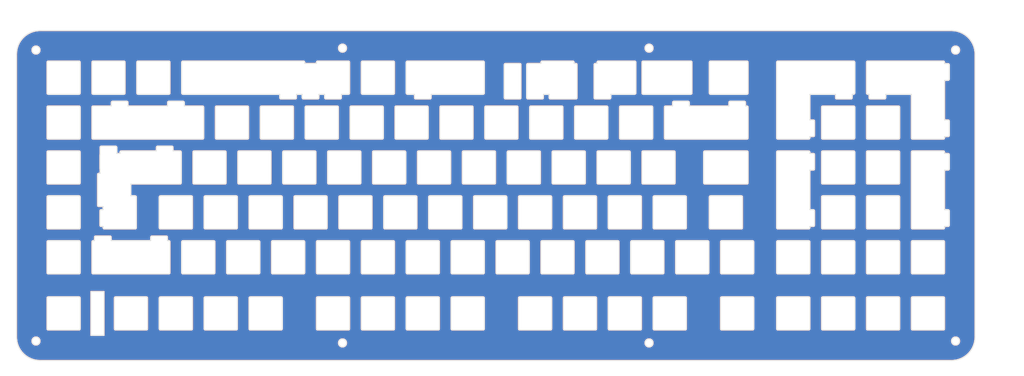
<source format=kicad_pcb>
(kicad_pcb (version 20171130) (host pcbnew "(5.1.4)-1")
  (layers (0 F.Cu signal) (31 B.Cu signal) (34 B.Paste user) (35 F.Paste user) (36 B.SilkS user) (37 F.SilkS user) (38 B.Mask user) (39 F.Mask user) (44 Edge.Cuts user))
  (net 0 "")
  (gr_line (start 7 -60.825499) (end 7 -43.9495) (layer Edge.Cuts) (width 0.2))
  (gr_line (start 7 -36.9495) (end 7 -36.3625) (layer Edge.Cuts) (width 0.2))
  (gr_line (start 7 -43.9495) (end 8.5 -43.9495) (layer Edge.Cuts) (width 0.2))
  (gr_line (start 9 -43.4495) (end 8.999999 -37.449499) (layer Edge.Cuts) (width 0.2))
  (gr_arc (start -6.5 -36.3625) (end -7 -36.3625) (angle -90) (layer Edge.Cuts) (width 0.2))
  (gr_arc (start 6.500001 -36.362499) (end 6.500001 -35.8625) (angle -90.00011459) (layer Edge.Cuts) (width 0.2))
  (gr_line (start 6.500001 -35.8625) (end -6.5 -35.8625) (layer Edge.Cuts) (width 0.2))
  (gr_line (start -7 -36.3625) (end -7 -68.4125) (layer Edge.Cuts) (width 0.2))
  (gr_line (start 8.5 -60.8255) (end 7 -60.825499) (layer Edge.Cuts) (width 0.2))
  (gr_arc (start 8.500001 -67.3255) (end 9 -67.3255) (angle -90) (layer Edge.Cuts) (width 0.2))
  (gr_arc (start -6.5 -68.4125) (end -6.5 -68.9125) (angle -90) (layer Edge.Cuts) (width 0.2))
  (gr_line (start -6.5 -68.9125) (end 6.500001 -68.912499) (layer Edge.Cuts) (width 0.2))
  (gr_arc (start 8.5 -37.449499) (end 8.5 -36.9495) (angle -90) (layer Edge.Cuts) (width 0.2))
  (gr_arc (start 8.5 -61.3255) (end 8.5 -60.8255) (angle -90) (layer Edge.Cuts) (width 0.2))
  (gr_arc (start 6.500001 -68.4125) (end 7 -68.4125) (angle -90) (layer Edge.Cuts) (width 0.2))
  (gr_line (start 7 -68.4125) (end 7 -67.8255) (layer Edge.Cuts) (width 0.2))
  (gr_line (start 7 -67.8255) (end 8.500001 -67.825499) (layer Edge.Cuts) (width 0.2))
  (gr_arc (start 8.5 -43.4495) (end 9 -43.4495) (angle -90) (layer Edge.Cuts) (width 0.2))
  (gr_line (start 9 -67.3255) (end 9 -61.3255) (layer Edge.Cuts) (width 0.2))
  (gr_line (start 8.5 -36.9495) (end 7 -36.9495) (layer Edge.Cuts) (width 0.2))
  (gr_line (start -7 -74.4625) (end -6.999999 -93.012499) (layer Edge.Cuts) (width 0.2))
  (gr_arc (start -6.499999 -74.4625) (end -7 -74.4625) (angle -90) (layer Edge.Cuts) (width 0.2))
  (gr_line (start 6.5 -73.9625) (end -6.499999 -73.962499) (layer Edge.Cuts) (width 0.2))
  (gr_line (start 7 -75.0495) (end 7 -74.462502) (layer Edge.Cuts) (width 0.2))
  (gr_arc (start 6.499999 -74.462501) (end 6.5 -73.9625) (angle -90) (layer Edge.Cuts) (width 0.2))
  (gr_line (start -26.05 -93.5125) (end -26.05 -106.512499) (layer Edge.Cuts) (width 0.2))
  (gr_arc (start -25.549999 -93.5125) (end -26.05 -93.5125) (angle -90) (layer Edge.Cuts) (width 0.2))
  (gr_line (start -24.962999 -93.012499) (end -25.549999 -93.012499) (layer Edge.Cuts) (width 0.2))
  (gr_line (start 7 -106.512499) (end 7 -105.9255) (layer Edge.Cuts) (width 0.2))
  (gr_line (start -25.549999 -107.0125) (end 6.499999 -107.0125) (layer Edge.Cuts) (width 0.2))
  (gr_arc (start -25.549999 -106.512499) (end -25.549999 -107.0125) (angle -90) (layer Edge.Cuts) (width 0.2))
  (gr_arc (start 6.499999 -106.512499) (end 7 -106.512499) (angle -90) (layer Edge.Cuts) (width 0.2))
  (gr_line (start -64.15 -74.4625) (end -64.15 -106.512499) (layer Edge.Cuts) (width 0.2))
  (gr_arc (start -63.649999 -74.4625) (end -64.15 -74.4625) (angle -90) (layer Edge.Cuts) (width 0.2))
  (gr_line (start -50.65 -73.9625) (end -63.649999 -73.962499) (layer Edge.Cuts) (width 0.2))
  (gr_line (start -31.1 -106.512499) (end -31.1 -93.5125) (layer Edge.Cuts) (width 0.2))
  (gr_line (start -63.649999 -107.0125) (end -31.600001 -107.0125) (layer Edge.Cuts) (width 0.2))
  (gr_arc (start -50.650001 -74.462501) (end -50.65 -73.9625) (angle -90) (layer Edge.Cuts) (width 0.2))
  (gr_arc (start -63.649999 -106.512499) (end -63.649999 -107.0125) (angle -90) (layer Edge.Cuts) (width 0.2))
  (gr_arc (start -31.600001 -106.512499) (end -31.1 -106.512499) (angle -90) (layer Edge.Cuts) (width 0.2))
  (gr_line (start -111.775 -74.4625) (end -111.775 -87.462499) (layer Edge.Cuts) (width 0.2))
  (gr_arc (start -111.274999 -74.4625) (end -111.775 -74.4625) (angle -90) (layer Edge.Cuts) (width 0.2))
  (gr_line (start -76.84375 -73.9625) (end -111.274999 -73.962499) (layer Edge.Cuts) (width 0.2))
  (gr_line (start -76.34375 -87.462499) (end -76.34375 -74.462502) (layer Edge.Cuts) (width 0.2))
  (gr_line (start -111.274999 -87.9625) (end -108.30675 -87.9625) (layer Edge.Cuts) (width 0.2))
  (gr_arc (start -76.843751 -74.462501) (end -76.84375 -73.9625) (angle -90) (layer Edge.Cuts) (width 0.2))
  (gr_arc (start -111.274999 -87.462499) (end -111.274999 -87.9625) (angle -90) (layer Edge.Cuts) (width 0.2))
  (gr_arc (start -76.843751 -87.462499) (end -76.34375 -87.462499) (angle -90) (layer Edge.Cuts) (width 0.2))
  (gr_line (start -140.35 -106.0125) (end -140.35 -106.512499) (layer Edge.Cuts) (width 0.2))
  (gr_line (start -124.46875 -93.0125) (end -134.6125 -93.012499) (layer Edge.Cuts) (width 0.2))
  (gr_line (start -123.96875 -106.512499) (end -123.96875 -93.512502) (layer Edge.Cuts) (width 0.2))
  (gr_line (start -139.849999 -107.0125) (end -124.468751 -107.0125) (layer Edge.Cuts) (width 0.2))
  (gr_arc (start -124.468751 -93.512501) (end -124.46875 -93.0125) (angle -90) (layer Edge.Cuts) (width 0.2))
  (gr_arc (start -139.849999 -106.512499) (end -139.849999 -107.0125) (angle -90) (layer Edge.Cuts) (width 0.2))
  (gr_arc (start -124.468751 -106.512499) (end -123.96875 -106.512499) (angle -90) (layer Edge.Cuts) (width 0.2))
  (gr_line (start -150.1625 -106.512499) (end -150.1625 -106.0125) (layer Edge.Cuts) (width 0.2))
  (gr_arc (start -169.687499 -105.5125) (end -169.6875 -106.0125) (angle -90) (layer Edge.Cuts) (width 0.2))
  (gr_arc (start -169.6875 -91.5125) (end -170.1875 -91.512499) (angle -89.99988541) (layer Edge.Cuts) (width 0.2))
  (gr_line (start -170.1875 -91.512499) (end -170.187499 -105.512499) (layer Edge.Cuts) (width 0.2))
  (gr_line (start -164.1625 -106.0125) (end -164.1625 -106.512499) (layer Edge.Cuts) (width 0.2))
  (gr_line (start -163.662499 -107.0125) (end -150.662501 -107.0125) (layer Edge.Cuts) (width 0.2))
  (gr_arc (start -163.662499 -106.512499) (end -163.662499 -107.0125) (angle -90) (layer Edge.Cuts) (width 0.2))
  (gr_arc (start -150.662501 -106.512499) (end -150.1625 -106.512499) (angle -90) (layer Edge.Cuts) (width 0.2))
  (gr_line (start -221.3125 -93.5125) (end -221.3125 -106.512499) (layer Edge.Cuts) (width 0.2))
  (gr_arc (start -220.812499 -93.5125) (end -221.3125 -93.5125) (angle -90) (layer Edge.Cuts) (width 0.2))
  (gr_line (start -188.7625 -93.0125) (end -210.8125 -93.012499) (layer Edge.Cuts) (width 0.2))
  (gr_line (start -188.2625 -106.512499) (end -188.2625 -93.512502) (layer Edge.Cuts) (width 0.2))
  (gr_line (start -220.812499 -107.0125) (end -188.762501 -107.0125) (layer Edge.Cuts) (width 0.2))
  (gr_arc (start -188.762501 -93.512501) (end -188.7625 -93.0125) (angle -90) (layer Edge.Cuts) (width 0.2))
  (gr_arc (start -220.812499 -106.512499) (end -220.812499 -107.0125) (angle -90) (layer Edge.Cuts) (width 0.2))
  (gr_arc (start -188.762501 -106.512499) (end -188.2625 -106.512499) (angle -90) (layer Edge.Cuts) (width 0.2))
  (gr_line (start -354.6625 -74.4625) (end -354.6625 -87.462499) (layer Edge.Cuts) (width 0.2))
  (gr_arc (start -354.162499 -74.4625) (end -354.6625 -74.4625) (angle -90) (layer Edge.Cuts) (width 0.2))
  (gr_line (start -307.825 -73.9625) (end -354.162499 -73.962499) (layer Edge.Cuts) (width 0.2))
  (gr_line (start -307.325 -87.462499) (end -307.325 -74.462502) (layer Edge.Cuts) (width 0.2))
  (gr_line (start -354.162499 -87.9625) (end -346.431749 -87.9625) (layer Edge.Cuts) (width 0.2))
  (gr_arc (start -307.825001 -74.462501) (end -307.825 -73.9625) (angle -90) (layer Edge.Cuts) (width 0.2))
  (gr_arc (start -354.162499 -87.462499) (end -354.162499 -87.9625) (angle -90) (layer Edge.Cuts) (width 0.2))
  (gr_arc (start -307.825001 -87.462499) (end -307.325 -87.462499) (angle -90) (layer Edge.Cuts) (width 0.2))
  (gr_line (start -130.825 -74.4625) (end -130.825 -87.462499) (layer Edge.Cuts) (width 0.2))
  (gr_arc (start -130.324999 -74.4625) (end -130.825 -74.4625) (angle -90) (layer Edge.Cuts) (width 0.2))
  (gr_line (start -117.325 -73.9625) (end -130.324999 -73.962499) (layer Edge.Cuts) (width 0.2))
  (gr_line (start -116.825 -87.462499) (end -116.825 -74.462502) (layer Edge.Cuts) (width 0.2))
  (gr_line (start -130.324999 -87.9625) (end -117.325001 -87.9625) (layer Edge.Cuts) (width 0.2))
  (gr_arc (start -117.325001 -74.462501) (end -117.325 -73.9625) (angle -90) (layer Edge.Cuts) (width 0.2))
  (gr_arc (start -130.324999 -87.462499) (end -130.324999 -87.9625) (angle -90) (layer Edge.Cuts) (width 0.2))
  (gr_arc (start -117.325001 -87.462499) (end -116.825 -87.462499) (angle -90) (layer Edge.Cuts) (width 0.2))
  (gr_line (start -149.875 -74.4625) (end -149.875 -87.462499) (layer Edge.Cuts) (width 0.2))
  (gr_arc (start -149.374999 -74.4625) (end -149.875 -74.4625) (angle -90) (layer Edge.Cuts) (width 0.2))
  (gr_line (start -136.375 -73.9625) (end -149.374999 -73.962499) (layer Edge.Cuts) (width 0.2))
  (gr_line (start -135.875 -87.462499) (end -135.875 -74.462502) (layer Edge.Cuts) (width 0.2))
  (gr_line (start -149.374999 -87.9625) (end -136.375001 -87.9625) (layer Edge.Cuts) (width 0.2))
  (gr_arc (start -136.375001 -74.462501) (end -136.375 -73.9625) (angle -90) (layer Edge.Cuts) (width 0.2))
  (gr_arc (start -149.374999 -87.462499) (end -149.374999 -87.9625) (angle -90) (layer Edge.Cuts) (width 0.2))
  (gr_arc (start -136.375001 -87.462499) (end -135.875 -87.462499) (angle -90) (layer Edge.Cuts) (width 0.2))
  (gr_line (start -168.925 -74.4625) (end -168.925 -87.462499) (layer Edge.Cuts) (width 0.2))
  (gr_arc (start -168.424999 -74.4625) (end -168.925 -74.4625) (angle -90) (layer Edge.Cuts) (width 0.2))
  (gr_line (start -155.425 -73.9625) (end -168.424999 -73.962499) (layer Edge.Cuts) (width 0.2))
  (gr_line (start -154.925 -87.462499) (end -154.925 -74.462502) (layer Edge.Cuts) (width 0.2))
  (gr_line (start -168.424999 -87.9625) (end -155.425001 -87.9625) (layer Edge.Cuts) (width 0.2))
  (gr_arc (start -155.425001 -74.462501) (end -155.425 -73.9625) (angle -90) (layer Edge.Cuts) (width 0.2))
  (gr_arc (start -168.424999 -87.462499) (end -168.424999 -87.9625) (angle -90) (layer Edge.Cuts) (width 0.2))
  (gr_arc (start -155.425001 -87.462499) (end -154.925 -87.462499) (angle -90) (layer Edge.Cuts) (width 0.2))
  (gr_line (start -187.975 -74.4625) (end -187.975 -87.462499) (layer Edge.Cuts) (width 0.2))
  (gr_arc (start -187.474999 -74.4625) (end -187.975 -74.4625) (angle -90) (layer Edge.Cuts) (width 0.2))
  (gr_line (start -174.475 -73.9625) (end -187.474999 -73.962499) (layer Edge.Cuts) (width 0.2))
  (gr_line (start -173.975 -87.462499) (end -173.975 -74.462502) (layer Edge.Cuts) (width 0.2))
  (gr_line (start -187.474999 -87.9625) (end -174.475001 -87.9625) (layer Edge.Cuts) (width 0.2))
  (gr_arc (start -174.475001 -74.462501) (end -174.475 -73.9625) (angle -90) (layer Edge.Cuts) (width 0.2))
  (gr_arc (start -187.474999 -87.462499) (end -187.474999 -87.9625) (angle -90) (layer Edge.Cuts) (width 0.2))
  (gr_arc (start -174.475001 -87.462499) (end -173.975 -87.462499) (angle -90) (layer Edge.Cuts) (width 0.2))
  (gr_line (start -207.025 -74.4625) (end -207.025 -87.462499) (layer Edge.Cuts) (width 0.2))
  (gr_arc (start -206.524999 -74.4625) (end -207.025 -74.4625) (angle -90) (layer Edge.Cuts) (width 0.2))
  (gr_line (start -193.525 -73.9625) (end -206.524999 -73.962499) (layer Edge.Cuts) (width 0.2))
  (gr_line (start -193.025 -87.462499) (end -193.025 -74.462502) (layer Edge.Cuts) (width 0.2))
  (gr_line (start -206.524999 -87.9625) (end -193.525001 -87.9625) (layer Edge.Cuts) (width 0.2))
  (gr_arc (start -193.525001 -74.462501) (end -193.525 -73.9625) (angle -90) (layer Edge.Cuts) (width 0.2))
  (gr_arc (start -206.524999 -87.462499) (end -206.524999 -87.9625) (angle -90) (layer Edge.Cuts) (width 0.2))
  (gr_arc (start -193.525001 -87.462499) (end -193.025 -87.462499) (angle -90) (layer Edge.Cuts) (width 0.2))
  (gr_line (start -226.075 -74.4625) (end -226.075 -87.462499) (layer Edge.Cuts) (width 0.2))
  (gr_arc (start -225.574999 -74.4625) (end -226.075 -74.4625) (angle -90) (layer Edge.Cuts) (width 0.2))
  (gr_line (start -212.575 -73.9625) (end -225.574999 -73.962499) (layer Edge.Cuts) (width 0.2))
  (gr_line (start -212.075 -87.462499) (end -212.075 -74.462502) (layer Edge.Cuts) (width 0.2))
  (gr_line (start -225.574999 -87.9625) (end -212.575001 -87.9625) (layer Edge.Cuts) (width 0.2))
  (gr_arc (start -212.575001 -74.462501) (end -212.575 -73.9625) (angle -90) (layer Edge.Cuts) (width 0.2))
  (gr_arc (start -225.574999 -87.462499) (end -225.574999 -87.9625) (angle -90) (layer Edge.Cuts) (width 0.2))
  (gr_arc (start -212.575001 -87.462499) (end -212.075 -87.462499) (angle -90) (layer Edge.Cuts) (width 0.2))
  (gr_line (start -245.125 -74.4625) (end -245.125 -87.462499) (layer Edge.Cuts) (width 0.2))
  (gr_arc (start -244.624999 -74.4625) (end -245.125 -74.4625) (angle -90) (layer Edge.Cuts) (width 0.2))
  (gr_line (start -231.625 -73.9625) (end -244.624999 -73.962499) (layer Edge.Cuts) (width 0.2))
  (gr_line (start -231.125 -87.462499) (end -231.125 -74.462502) (layer Edge.Cuts) (width 0.2))
  (gr_line (start -244.624999 -87.9625) (end -231.625001 -87.9625) (layer Edge.Cuts) (width 0.2))
  (gr_arc (start -231.625001 -74.462501) (end -231.625 -73.9625) (angle -90) (layer Edge.Cuts) (width 0.2))
  (gr_arc (start -244.624999 -87.462499) (end -244.624999 -87.9625) (angle -90) (layer Edge.Cuts) (width 0.2))
  (gr_arc (start -231.625001 -87.462499) (end -231.125 -87.462499) (angle -90) (layer Edge.Cuts) (width 0.2))
  (gr_line (start -264.175 -74.4625) (end -264.175 -87.462499) (layer Edge.Cuts) (width 0.2))
  (gr_arc (start -263.674999 -74.4625) (end -264.175 -74.4625) (angle -90) (layer Edge.Cuts) (width 0.2))
  (gr_line (start -250.675 -73.9625) (end -263.674999 -73.962499) (layer Edge.Cuts) (width 0.2))
  (gr_line (start -250.175 -87.462499) (end -250.175 -74.462502) (layer Edge.Cuts) (width 0.2))
  (gr_line (start -263.674999 -87.9625) (end -250.675001 -87.9625) (layer Edge.Cuts) (width 0.2))
  (gr_arc (start -250.675001 -74.462501) (end -250.675 -73.9625) (angle -90) (layer Edge.Cuts) (width 0.2))
  (gr_arc (start -263.674999 -87.462499) (end -263.674999 -87.9625) (angle -90) (layer Edge.Cuts) (width 0.2))
  (gr_arc (start -250.675001 -87.462499) (end -250.175 -87.462499) (angle -90) (layer Edge.Cuts) (width 0.2))
  (gr_line (start -283.225 -74.4625) (end -283.225 -87.462499) (layer Edge.Cuts) (width 0.2))
  (gr_arc (start -282.724999 -74.4625) (end -283.225 -74.4625) (angle -90) (layer Edge.Cuts) (width 0.2))
  (gr_line (start -269.725 -73.9625) (end -282.724999 -73.962499) (layer Edge.Cuts) (width 0.2))
  (gr_line (start -269.225 -87.462499) (end -269.225 -74.462502) (layer Edge.Cuts) (width 0.2))
  (gr_line (start -282.724999 -87.9625) (end -269.725001 -87.9625) (layer Edge.Cuts) (width 0.2))
  (gr_arc (start -269.725001 -74.462501) (end -269.725 -73.9625) (angle -90) (layer Edge.Cuts) (width 0.2))
  (gr_arc (start -282.724999 -87.462499) (end -282.724999 -87.9625) (angle -90) (layer Edge.Cuts) (width 0.2))
  (gr_arc (start -269.725001 -87.462499) (end -269.225 -87.462499) (angle -90) (layer Edge.Cuts) (width 0.2))
  (gr_line (start -302.275 -74.4625) (end -302.275 -87.462499) (layer Edge.Cuts) (width 0.2))
  (gr_arc (start -301.774999 -74.4625) (end -302.275 -74.4625) (angle -90) (layer Edge.Cuts) (width 0.2))
  (gr_line (start -288.775 -73.9625) (end -301.774999 -73.962499) (layer Edge.Cuts) (width 0.2))
  (gr_line (start -288.275 -87.462499) (end -288.275 -74.462502) (layer Edge.Cuts) (width 0.2))
  (gr_line (start -301.774999 -87.9625) (end -288.775001 -87.9625) (layer Edge.Cuts) (width 0.2))
  (gr_arc (start -288.775001 -74.462501) (end -288.775 -73.9625) (angle -90) (layer Edge.Cuts) (width 0.2))
  (gr_arc (start -301.774999 -87.462499) (end -301.774999 -87.9625) (angle -90) (layer Edge.Cuts) (width 0.2))
  (gr_arc (start -288.775001 -87.462499) (end -288.275 -87.462499) (angle -90) (layer Edge.Cuts) (width 0.2))
  (gr_line (start -311.8 -55.4125) (end -311.8 -68.412499) (layer Edge.Cuts) (width 0.2))
  (gr_arc (start -311.299999 -55.4125) (end -311.8 -55.4125) (angle -90) (layer Edge.Cuts) (width 0.2))
  (gr_line (start -298.3 -54.9125) (end -311.299999 -54.912499) (layer Edge.Cuts) (width 0.2))
  (gr_line (start -297.8 -68.412499) (end -297.8 -55.412502) (layer Edge.Cuts) (width 0.2))
  (gr_line (start -311.299999 -68.9125) (end -298.300001 -68.9125) (layer Edge.Cuts) (width 0.2))
  (gr_arc (start -298.300001 -55.412501) (end -298.3 -54.9125) (angle -90) (layer Edge.Cuts) (width 0.2))
  (gr_arc (start -311.299999 -68.412499) (end -311.299999 -68.9125) (angle -90) (layer Edge.Cuts) (width 0.2))
  (gr_arc (start -298.300001 -68.412499) (end -297.8 -68.412499) (angle -90) (layer Edge.Cuts) (width 0.2))
  (gr_line (start -292.75 -55.4125) (end -292.75 -68.412499) (layer Edge.Cuts) (width 0.2))
  (gr_arc (start -292.249999 -55.4125) (end -292.75 -55.4125) (angle -90) (layer Edge.Cuts) (width 0.2))
  (gr_line (start -279.25 -54.9125) (end -292.249999 -54.912499) (layer Edge.Cuts) (width 0.2))
  (gr_line (start -278.75 -68.412499) (end -278.75 -55.412502) (layer Edge.Cuts) (width 0.2))
  (gr_line (start -292.249999 -68.9125) (end -279.250001 -68.9125) (layer Edge.Cuts) (width 0.2))
  (gr_arc (start -279.250001 -55.412501) (end -279.25 -54.9125) (angle -90) (layer Edge.Cuts) (width 0.2))
  (gr_arc (start -292.249999 -68.412499) (end -292.249999 -68.9125) (angle -90) (layer Edge.Cuts) (width 0.2))
  (gr_arc (start -279.250001 -68.412499) (end -278.75 -68.412499) (angle -90) (layer Edge.Cuts) (width 0.2))
  (gr_line (start -273.7 -55.4125) (end -273.7 -68.412499) (layer Edge.Cuts) (width 0.2))
  (gr_arc (start -273.199999 -55.4125) (end -273.7 -55.4125) (angle -90) (layer Edge.Cuts) (width 0.2))
  (gr_line (start -260.2 -54.9125) (end -273.199999 -54.912499) (layer Edge.Cuts) (width 0.2))
  (gr_line (start -259.7 -68.412499) (end -259.7 -55.412502) (layer Edge.Cuts) (width 0.2))
  (gr_line (start -273.199999 -68.9125) (end -260.200001 -68.9125) (layer Edge.Cuts) (width 0.2))
  (gr_arc (start -260.200001 -55.412501) (end -260.2 -54.9125) (angle -90) (layer Edge.Cuts) (width 0.2))
  (gr_arc (start -273.199999 -68.412499) (end -273.199999 -68.9125) (angle -90) (layer Edge.Cuts) (width 0.2))
  (gr_arc (start -260.200001 -68.412499) (end -259.7 -68.412499) (angle -90) (layer Edge.Cuts) (width 0.2))
  (gr_line (start -254.65 -55.4125) (end -254.65 -68.412499) (layer Edge.Cuts) (width 0.2))
  (gr_arc (start -254.149999 -55.4125) (end -254.65 -55.4125) (angle -90) (layer Edge.Cuts) (width 0.2))
  (gr_line (start -241.15 -54.9125) (end -254.149999 -54.912499) (layer Edge.Cuts) (width 0.2))
  (gr_line (start -240.65 -68.412499) (end -240.65 -55.412502) (layer Edge.Cuts) (width 0.2))
  (gr_line (start -254.149999 -68.9125) (end -241.150001 -68.9125) (layer Edge.Cuts) (width 0.2))
  (gr_arc (start -241.150001 -55.412501) (end -241.15 -54.9125) (angle -90) (layer Edge.Cuts) (width 0.2))
  (gr_arc (start -254.149999 -68.412499) (end -254.149999 -68.9125) (angle -90) (layer Edge.Cuts) (width 0.2))
  (gr_arc (start -241.150001 -68.412499) (end -240.65 -68.412499) (angle -90) (layer Edge.Cuts) (width 0.2))
  (gr_line (start -235.6 -55.4125) (end -235.6 -68.412499) (layer Edge.Cuts) (width 0.2))
  (gr_arc (start -235.099999 -55.4125) (end -235.6 -55.4125) (angle -90) (layer Edge.Cuts) (width 0.2))
  (gr_line (start -222.1 -54.9125) (end -235.099999 -54.912499) (layer Edge.Cuts) (width 0.2))
  (gr_line (start -221.6 -68.412499) (end -221.6 -55.412502) (layer Edge.Cuts) (width 0.2))
  (gr_line (start -235.099999 -68.9125) (end -222.100001 -68.9125) (layer Edge.Cuts) (width 0.2))
  (gr_arc (start -222.100001 -55.412501) (end -222.1 -54.9125) (angle -90) (layer Edge.Cuts) (width 0.2))
  (gr_arc (start -235.099999 -68.412499) (end -235.099999 -68.9125) (angle -90) (layer Edge.Cuts) (width 0.2))
  (gr_arc (start -222.100001 -68.412499) (end -221.6 -68.412499) (angle -90) (layer Edge.Cuts) (width 0.2))
  (gr_line (start -216.55 -55.4125) (end -216.55 -68.412499) (layer Edge.Cuts) (width 0.2))
  (gr_arc (start -216.049999 -55.4125) (end -216.55 -55.4125) (angle -90) (layer Edge.Cuts) (width 0.2))
  (gr_line (start -203.05 -54.9125) (end -216.049999 -54.912499) (layer Edge.Cuts) (width 0.2))
  (gr_line (start -202.55 -68.412499) (end -202.55 -55.412502) (layer Edge.Cuts) (width 0.2))
  (gr_line (start -216.049999 -68.9125) (end -203.050001 -68.9125) (layer Edge.Cuts) (width 0.2))
  (gr_arc (start -203.050001 -55.412501) (end -203.05 -54.9125) (angle -90) (layer Edge.Cuts) (width 0.2))
  (gr_arc (start -216.049999 -68.412499) (end -216.049999 -68.9125) (angle -90) (layer Edge.Cuts) (width 0.2))
  (gr_arc (start -203.050001 -68.412499) (end -202.55 -68.412499) (angle -90) (layer Edge.Cuts) (width 0.2))
  (gr_line (start -197.5 -55.4125) (end -197.5 -68.412499) (layer Edge.Cuts) (width 0.2))
  (gr_arc (start -196.999999 -55.4125) (end -197.5 -55.4125) (angle -90) (layer Edge.Cuts) (width 0.2))
  (gr_line (start -184 -54.9125) (end -196.999999 -54.912499) (layer Edge.Cuts) (width 0.2))
  (gr_line (start -183.5 -68.412499) (end -183.5 -55.412502) (layer Edge.Cuts) (width 0.2))
  (gr_line (start -196.999999 -68.9125) (end -184.000001 -68.9125) (layer Edge.Cuts) (width 0.2))
  (gr_arc (start -184.000001 -55.412501) (end -184 -54.9125) (angle -90) (layer Edge.Cuts) (width 0.2))
  (gr_arc (start -196.999999 -68.412499) (end -196.999999 -68.9125) (angle -90) (layer Edge.Cuts) (width 0.2))
  (gr_arc (start -184.000001 -68.412499) (end -183.5 -68.412499) (angle -90) (layer Edge.Cuts) (width 0.2))
  (gr_line (start -178.45 -55.4125) (end -178.45 -68.412499) (layer Edge.Cuts) (width 0.2))
  (gr_arc (start -177.949999 -55.4125) (end -178.45 -55.4125) (angle -90) (layer Edge.Cuts) (width 0.2))
  (gr_line (start -164.95 -54.9125) (end -177.949999 -54.912499) (layer Edge.Cuts) (width 0.2))
  (gr_line (start -164.45 -68.412499) (end -164.45 -55.412502) (layer Edge.Cuts) (width 0.2))
  (gr_line (start -177.949999 -68.9125) (end -164.950001 -68.9125) (layer Edge.Cuts) (width 0.2))
  (gr_arc (start -164.950001 -55.412501) (end -164.95 -54.9125) (angle -90) (layer Edge.Cuts) (width 0.2))
  (gr_arc (start -177.949999 -68.412499) (end -177.949999 -68.9125) (angle -90) (layer Edge.Cuts) (width 0.2))
  (gr_arc (start -164.950001 -68.412499) (end -164.45 -68.412499) (angle -90) (layer Edge.Cuts) (width 0.2))
  (gr_line (start -159.4 -55.4125) (end -159.4 -68.412499) (layer Edge.Cuts) (width 0.2))
  (gr_arc (start -158.899999 -55.4125) (end -159.4 -55.4125) (angle -90) (layer Edge.Cuts) (width 0.2))
  (gr_line (start -145.9 -54.9125) (end -158.899999 -54.912499) (layer Edge.Cuts) (width 0.2))
  (gr_line (start -145.4 -68.412499) (end -145.4 -55.412502) (layer Edge.Cuts) (width 0.2))
  (gr_line (start -158.899999 -68.9125) (end -145.900001 -68.9125) (layer Edge.Cuts) (width 0.2))
  (gr_arc (start -145.900001 -55.412501) (end -145.9 -54.9125) (angle -90) (layer Edge.Cuts) (width 0.2))
  (gr_arc (start -158.899999 -68.412499) (end -158.899999 -68.9125) (angle -90) (layer Edge.Cuts) (width 0.2))
  (gr_arc (start -145.900001 -68.412499) (end -145.4 -68.412499) (angle -90) (layer Edge.Cuts) (width 0.2))
  (gr_line (start -140.35 -55.4125) (end -140.35 -68.412499) (layer Edge.Cuts) (width 0.2))
  (gr_arc (start -139.849999 -55.4125) (end -140.35 -55.4125) (angle -90) (layer Edge.Cuts) (width 0.2))
  (gr_line (start -126.85 -54.9125) (end -139.849999 -54.912499) (layer Edge.Cuts) (width 0.2))
  (gr_line (start -126.35 -68.412499) (end -126.35 -55.412502) (layer Edge.Cuts) (width 0.2))
  (gr_line (start -139.849999 -68.9125) (end -126.850001 -68.9125) (layer Edge.Cuts) (width 0.2))
  (gr_arc (start -126.850001 -55.412501) (end -126.85 -54.9125) (angle -90) (layer Edge.Cuts) (width 0.2))
  (gr_arc (start -139.849999 -68.412499) (end -139.849999 -68.9125) (angle -90) (layer Edge.Cuts) (width 0.2))
  (gr_arc (start -126.850001 -68.412499) (end -126.35 -68.412499) (angle -90) (layer Edge.Cuts) (width 0.2))
  (gr_line (start -121.3 -55.4125) (end -121.3 -68.412499) (layer Edge.Cuts) (width 0.2))
  (gr_arc (start -120.799999 -55.4125) (end -121.3 -55.4125) (angle -90) (layer Edge.Cuts) (width 0.2))
  (gr_line (start -107.8 -54.9125) (end -120.799999 -54.912499) (layer Edge.Cuts) (width 0.2))
  (gr_line (start -107.3 -68.412499) (end -107.3 -55.412502) (layer Edge.Cuts) (width 0.2))
  (gr_line (start -120.799999 -68.9125) (end -107.800001 -68.9125) (layer Edge.Cuts) (width 0.2))
  (gr_arc (start -107.800001 -55.412501) (end -107.8 -54.9125) (angle -90) (layer Edge.Cuts) (width 0.2))
  (gr_arc (start -120.799999 -68.412499) (end -120.799999 -68.9125) (angle -90) (layer Edge.Cuts) (width 0.2))
  (gr_arc (start -107.800001 -68.412499) (end -107.3 -68.412499) (angle -90) (layer Edge.Cuts) (width 0.2))
  (gr_line (start -95.10625 -55.4125) (end -95.10625 -68.412499) (layer Edge.Cuts) (width 0.2))
  (gr_arc (start -94.606249 -55.4125) (end -95.10625 -55.4125) (angle -90) (layer Edge.Cuts) (width 0.2))
  (gr_line (start -76.84375 -54.9125) (end -94.606249 -54.912499) (layer Edge.Cuts) (width 0.2))
  (gr_line (start -76.34375 -68.412499) (end -76.34375 -55.412502) (layer Edge.Cuts) (width 0.2))
  (gr_line (start -94.606249 -68.9125) (end -76.843751 -68.9125) (layer Edge.Cuts) (width 0.2))
  (gr_arc (start -76.843751 -55.412501) (end -76.84375 -54.9125) (angle -90) (layer Edge.Cuts) (width 0.2))
  (gr_arc (start -94.606249 -68.412499) (end -94.606249 -68.9125) (angle -90) (layer Edge.Cuts) (width 0.2))
  (gr_arc (start -76.843751 -68.412499) (end -76.34375 -68.412499) (angle -90) (layer Edge.Cuts) (width 0.2))
  (gr_line (start -92.725 -36.3625) (end -92.725 -49.362499) (layer Edge.Cuts) (width 0.2))
  (gr_arc (start -92.224999 -36.3625) (end -92.725 -36.3625) (angle -90) (layer Edge.Cuts) (width 0.2))
  (gr_line (start -79.225 -35.8625) (end -92.224999 -35.862499) (layer Edge.Cuts) (width 0.2))
  (gr_line (start -78.725 -49.362499) (end -78.725 -36.362502) (layer Edge.Cuts) (width 0.2))
  (gr_line (start -92.224999 -49.8625) (end -79.225001 -49.8625) (layer Edge.Cuts) (width 0.2))
  (gr_arc (start -79.225001 -36.362501) (end -79.225 -35.8625) (angle -90) (layer Edge.Cuts) (width 0.2))
  (gr_arc (start -92.224999 -49.362499) (end -92.224999 -49.8625) (angle -90) (layer Edge.Cuts) (width 0.2))
  (gr_arc (start -79.225001 -49.362499) (end -78.725 -49.362499) (angle -90) (layer Edge.Cuts) (width 0.2))
  (gr_line (start -116.5375 -36.3625) (end -116.5375 -49.362499) (layer Edge.Cuts) (width 0.2))
  (gr_arc (start -116.037499 -36.3625) (end -116.5375 -36.3625) (angle -90) (layer Edge.Cuts) (width 0.2))
  (gr_line (start -103.0375 -35.8625) (end -116.037499 -35.862499) (layer Edge.Cuts) (width 0.2))
  (gr_line (start -102.5375 -49.362499) (end -102.5375 -36.362502) (layer Edge.Cuts) (width 0.2))
  (gr_line (start -116.037499 -49.8625) (end -103.037501 -49.8625) (layer Edge.Cuts) (width 0.2))
  (gr_arc (start -103.037501 -36.362501) (end -103.0375 -35.8625) (angle -90) (layer Edge.Cuts) (width 0.2))
  (gr_arc (start -116.037499 -49.362499) (end -116.037499 -49.8625) (angle -90) (layer Edge.Cuts) (width 0.2))
  (gr_arc (start -103.037501 -49.362499) (end -102.5375 -49.362499) (angle -90) (layer Edge.Cuts) (width 0.2))
  (gr_line (start -135.5875 -36.3625) (end -135.5875 -49.362499) (layer Edge.Cuts) (width 0.2))
  (gr_arc (start -135.087499 -36.3625) (end -135.5875 -36.3625) (angle -90) (layer Edge.Cuts) (width 0.2))
  (gr_line (start -122.0875 -35.8625) (end -135.087499 -35.862499) (layer Edge.Cuts) (width 0.2))
  (gr_line (start -121.5875 -49.362499) (end -121.5875 -36.362502) (layer Edge.Cuts) (width 0.2))
  (gr_line (start -135.087499 -49.8625) (end -122.087501 -49.8625) (layer Edge.Cuts) (width 0.2))
  (gr_arc (start -122.087501 -36.362501) (end -122.0875 -35.8625) (angle -90) (layer Edge.Cuts) (width 0.2))
  (gr_arc (start -135.087499 -49.362499) (end -135.087499 -49.8625) (angle -90) (layer Edge.Cuts) (width 0.2))
  (gr_arc (start -122.087501 -49.362499) (end -121.5875 -49.362499) (angle -90) (layer Edge.Cuts) (width 0.2))
  (gr_line (start -154.6375 -36.3625) (end -154.6375 -49.362499) (layer Edge.Cuts) (width 0.2))
  (gr_arc (start -154.137499 -36.3625) (end -154.6375 -36.3625) (angle -90) (layer Edge.Cuts) (width 0.2))
  (gr_line (start -141.1375 -35.8625) (end -154.137499 -35.862499) (layer Edge.Cuts) (width 0.2))
  (gr_line (start -140.6375 -49.362499) (end -140.6375 -36.362502) (layer Edge.Cuts) (width 0.2))
  (gr_line (start -154.137499 -49.8625) (end -141.137501 -49.8625) (layer Edge.Cuts) (width 0.2))
  (gr_arc (start -141.137501 -36.362501) (end -141.1375 -35.8625) (angle -90) (layer Edge.Cuts) (width 0.2))
  (gr_arc (start -154.137499 -49.362499) (end -154.137499 -49.8625) (angle -90) (layer Edge.Cuts) (width 0.2))
  (gr_arc (start -141.137501 -49.362499) (end -140.6375 -49.362499) (angle -90) (layer Edge.Cuts) (width 0.2))
  (gr_line (start -173.6875 -36.3625) (end -173.6875 -49.362499) (layer Edge.Cuts) (width 0.2))
  (gr_arc (start -173.187499 -36.3625) (end -173.6875 -36.3625) (angle -90) (layer Edge.Cuts) (width 0.2))
  (gr_line (start -160.1875 -35.8625) (end -173.187499 -35.862499) (layer Edge.Cuts) (width 0.2))
  (gr_line (start -159.6875 -49.362499) (end -159.6875 -36.362502) (layer Edge.Cuts) (width 0.2))
  (gr_line (start -173.187499 -49.8625) (end -160.187501 -49.8625) (layer Edge.Cuts) (width 0.2))
  (gr_arc (start -160.187501 -36.362501) (end -160.1875 -35.8625) (angle -90) (layer Edge.Cuts) (width 0.2))
  (gr_arc (start -173.187499 -49.362499) (end -173.187499 -49.8625) (angle -90) (layer Edge.Cuts) (width 0.2))
  (gr_arc (start -160.187501 -49.362499) (end -159.6875 -49.362499) (angle -90) (layer Edge.Cuts) (width 0.2))
  (gr_line (start -192.7375 -36.3625) (end -192.7375 -49.362499) (layer Edge.Cuts) (width 0.2))
  (gr_arc (start -192.237499 -36.3625) (end -192.7375 -36.3625) (angle -90) (layer Edge.Cuts) (width 0.2))
  (gr_line (start -179.2375 -35.8625) (end -192.237499 -35.862499) (layer Edge.Cuts) (width 0.2))
  (gr_line (start -178.7375 -49.362499) (end -178.7375 -36.362502) (layer Edge.Cuts) (width 0.2))
  (gr_line (start -192.237499 -49.8625) (end -179.237501 -49.8625) (layer Edge.Cuts) (width 0.2))
  (gr_arc (start -179.237501 -36.362501) (end -179.2375 -35.8625) (angle -90) (layer Edge.Cuts) (width 0.2))
  (gr_arc (start -192.237499 -49.362499) (end -192.237499 -49.8625) (angle -90) (layer Edge.Cuts) (width 0.2))
  (gr_arc (start -179.237501 -49.362499) (end -178.7375 -49.362499) (angle -90) (layer Edge.Cuts) (width 0.2))
  (gr_line (start -211.7875 -36.3625) (end -211.7875 -49.362499) (layer Edge.Cuts) (width 0.2))
  (gr_arc (start -211.287499 -36.3625) (end -211.7875 -36.3625) (angle -90) (layer Edge.Cuts) (width 0.2))
  (gr_line (start -198.2875 -35.8625) (end -211.287499 -35.862499) (layer Edge.Cuts) (width 0.2))
  (gr_line (start -197.7875 -49.362499) (end -197.7875 -36.362502) (layer Edge.Cuts) (width 0.2))
  (gr_line (start -211.287499 -49.8625) (end -198.287501 -49.8625) (layer Edge.Cuts) (width 0.2))
  (gr_arc (start -198.287501 -36.362501) (end -198.2875 -35.8625) (angle -90) (layer Edge.Cuts) (width 0.2))
  (gr_arc (start -211.287499 -49.362499) (end -211.287499 -49.8625) (angle -90) (layer Edge.Cuts) (width 0.2))
  (gr_arc (start -198.287501 -49.362499) (end -197.7875 -49.362499) (angle -90) (layer Edge.Cuts) (width 0.2))
  (gr_line (start -230.8375 -36.3625) (end -230.8375 -49.362499) (layer Edge.Cuts) (width 0.2))
  (gr_arc (start -230.337499 -36.3625) (end -230.8375 -36.3625) (angle -90) (layer Edge.Cuts) (width 0.2))
  (gr_line (start -217.3375 -35.8625) (end -230.337499 -35.862499) (layer Edge.Cuts) (width 0.2))
  (gr_line (start -216.8375 -49.362499) (end -216.8375 -36.362502) (layer Edge.Cuts) (width 0.2))
  (gr_line (start -230.337499 -49.8625) (end -217.337501 -49.8625) (layer Edge.Cuts) (width 0.2))
  (gr_arc (start -217.337501 -36.362501) (end -217.3375 -35.8625) (angle -90) (layer Edge.Cuts) (width 0.2))
  (gr_arc (start -230.337499 -49.362499) (end -230.337499 -49.8625) (angle -90) (layer Edge.Cuts) (width 0.2))
  (gr_arc (start -217.337501 -49.362499) (end -216.8375 -49.362499) (angle -90) (layer Edge.Cuts) (width 0.2))
  (gr_line (start -249.8875 -36.3625) (end -249.8875 -49.362499) (layer Edge.Cuts) (width 0.2))
  (gr_arc (start -249.387499 -36.3625) (end -249.8875 -36.3625) (angle -90) (layer Edge.Cuts) (width 0.2))
  (gr_line (start -236.3875 -35.8625) (end -249.387499 -35.862499) (layer Edge.Cuts) (width 0.2))
  (gr_line (start -235.8875 -49.362499) (end -235.8875 -36.362502) (layer Edge.Cuts) (width 0.2))
  (gr_line (start -249.387499 -49.8625) (end -236.387501 -49.8625) (layer Edge.Cuts) (width 0.2))
  (gr_arc (start -236.387501 -36.362501) (end -236.3875 -35.8625) (angle -90) (layer Edge.Cuts) (width 0.2))
  (gr_arc (start -249.387499 -49.362499) (end -249.387499 -49.8625) (angle -90) (layer Edge.Cuts) (width 0.2))
  (gr_arc (start -236.387501 -49.362499) (end -235.8875 -49.362499) (angle -90) (layer Edge.Cuts) (width 0.2))
  (gr_line (start -268.9375 -36.3625) (end -268.9375 -49.362499) (layer Edge.Cuts) (width 0.2))
  (gr_arc (start -268.437499 -36.3625) (end -268.9375 -36.3625) (angle -90) (layer Edge.Cuts) (width 0.2))
  (gr_line (start -255.4375 -35.8625) (end -268.437499 -35.862499) (layer Edge.Cuts) (width 0.2))
  (gr_line (start -254.9375 -49.362499) (end -254.9375 -36.362502) (layer Edge.Cuts) (width 0.2))
  (gr_line (start -268.437499 -49.8625) (end -255.437501 -49.8625) (layer Edge.Cuts) (width 0.2))
  (gr_arc (start -255.437501 -36.362501) (end -255.4375 -35.8625) (angle -90) (layer Edge.Cuts) (width 0.2))
  (gr_arc (start -268.437499 -49.362499) (end -268.437499 -49.8625) (angle -90) (layer Edge.Cuts) (width 0.2))
  (gr_arc (start -255.437501 -49.362499) (end -254.9375 -49.362499) (angle -90) (layer Edge.Cuts) (width 0.2))
  (gr_line (start -287.9875 -36.3625) (end -287.9875 -49.362499) (layer Edge.Cuts) (width 0.2))
  (gr_arc (start -287.487499 -36.3625) (end -287.9875 -36.3625) (angle -90) (layer Edge.Cuts) (width 0.2))
  (gr_line (start -274.4875 -35.8625) (end -287.487499 -35.862499) (layer Edge.Cuts) (width 0.2))
  (gr_line (start -273.9875 -49.362499) (end -273.9875 -36.362502) (layer Edge.Cuts) (width 0.2))
  (gr_line (start -287.487499 -49.8625) (end -274.487501 -49.8625) (layer Edge.Cuts) (width 0.2))
  (gr_arc (start -274.487501 -36.362501) (end -274.4875 -35.8625) (angle -90) (layer Edge.Cuts) (width 0.2))
  (gr_arc (start -287.487499 -49.362499) (end -287.487499 -49.8625) (angle -90) (layer Edge.Cuts) (width 0.2))
  (gr_arc (start -274.487501 -49.362499) (end -273.9875 -49.362499) (angle -90) (layer Edge.Cuts) (width 0.2))
  (gr_line (start -307.0375 -36.3625) (end -307.0375 -49.362499) (layer Edge.Cuts) (width 0.2))
  (gr_arc (start -306.537499 -36.3625) (end -307.0375 -36.3625) (angle -90) (layer Edge.Cuts) (width 0.2))
  (gr_line (start -293.5375 -35.8625) (end -306.537499 -35.862499) (layer Edge.Cuts) (width 0.2))
  (gr_line (start -293.0375 -49.362499) (end -293.0375 -36.362502) (layer Edge.Cuts) (width 0.2))
  (gr_line (start -306.537499 -49.8625) (end -293.537501 -49.8625) (layer Edge.Cuts) (width 0.2))
  (gr_arc (start -293.537501 -36.362501) (end -293.5375 -35.8625) (angle -90) (layer Edge.Cuts) (width 0.2))
  (gr_arc (start -306.537499 -49.362499) (end -306.537499 -49.8625) (angle -90) (layer Edge.Cuts) (width 0.2))
  (gr_arc (start -293.537501 -49.362499) (end -293.0375 -49.362499) (angle -90) (layer Edge.Cuts) (width 0.2))
  (gr_line (start -326.0875 -36.3625) (end -326.0875 -49.362499) (layer Edge.Cuts) (width 0.2))
  (gr_arc (start -325.587499 -36.3625) (end -326.0875 -36.3625) (angle -90) (layer Edge.Cuts) (width 0.2))
  (gr_line (start -312.5875 -35.8625) (end -325.587499 -35.862499) (layer Edge.Cuts) (width 0.2))
  (gr_line (start -312.0875 -49.362499) (end -312.0875 -36.362502) (layer Edge.Cuts) (width 0.2))
  (gr_line (start -325.587499 -49.8625) (end -312.587501 -49.8625) (layer Edge.Cuts) (width 0.2))
  (gr_arc (start -312.587501 -36.362501) (end -312.5875 -35.8625) (angle -90) (layer Edge.Cuts) (width 0.2))
  (gr_arc (start -325.587499 -49.362499) (end -325.587499 -49.8625) (angle -90) (layer Edge.Cuts) (width 0.2))
  (gr_arc (start -312.587501 -49.362499) (end -312.0875 -49.362499) (angle -90) (layer Edge.Cuts) (width 0.2))
  (gr_line (start -316.5625 -17.3125) (end -316.5625 -30.312499) (layer Edge.Cuts) (width 0.2))
  (gr_arc (start -316.062499 -17.3125) (end -316.5625 -17.3125) (angle -90) (layer Edge.Cuts) (width 0.2))
  (gr_line (start -303.0625 -16.8125) (end -316.062499 -16.812499) (layer Edge.Cuts) (width 0.2))
  (gr_line (start -302.5625 -30.312499) (end -302.5625 -17.312502) (layer Edge.Cuts) (width 0.2))
  (gr_line (start -316.062499 -30.8125) (end -303.062501 -30.8125) (layer Edge.Cuts) (width 0.2))
  (gr_arc (start -303.062501 -17.312501) (end -303.0625 -16.8125) (angle -90) (layer Edge.Cuts) (width 0.2))
  (gr_arc (start -316.062499 -30.312499) (end -316.062499 -30.8125) (angle -90) (layer Edge.Cuts) (width 0.2))
  (gr_arc (start -303.062501 -30.312499) (end -302.5625 -30.312499) (angle -90) (layer Edge.Cuts) (width 0.2))
  (gr_line (start -297.5125 -17.3125) (end -297.5125 -30.312499) (layer Edge.Cuts) (width 0.2))
  (gr_arc (start -297.012499 -17.3125) (end -297.5125 -17.3125) (angle -90) (layer Edge.Cuts) (width 0.2))
  (gr_line (start -284.0125 -16.8125) (end -297.012499 -16.812499) (layer Edge.Cuts) (width 0.2))
  (gr_line (start -283.5125 -30.312499) (end -283.5125 -17.312502) (layer Edge.Cuts) (width 0.2))
  (gr_line (start -297.012499 -30.8125) (end -284.012501 -30.8125) (layer Edge.Cuts) (width 0.2))
  (gr_arc (start -284.012501 -17.312501) (end -284.0125 -16.8125) (angle -90) (layer Edge.Cuts) (width 0.2))
  (gr_arc (start -297.012499 -30.312499) (end -297.012499 -30.8125) (angle -90) (layer Edge.Cuts) (width 0.2))
  (gr_arc (start -284.012501 -30.312499) (end -283.5125 -30.312499) (angle -90) (layer Edge.Cuts) (width 0.2))
  (gr_line (start -278.4625 -17.3125) (end -278.4625 -30.312499) (layer Edge.Cuts) (width 0.2))
  (gr_arc (start -277.962499 -17.3125) (end -278.4625 -17.3125) (angle -90) (layer Edge.Cuts) (width 0.2))
  (gr_line (start -264.9625 -16.8125) (end -277.962499 -16.812499) (layer Edge.Cuts) (width 0.2))
  (gr_line (start -264.4625 -30.312499) (end -264.4625 -17.312502) (layer Edge.Cuts) (width 0.2))
  (gr_line (start -277.962499 -30.8125) (end -264.962501 -30.8125) (layer Edge.Cuts) (width 0.2))
  (gr_arc (start -264.962501 -17.312501) (end -264.9625 -16.8125) (angle -90) (layer Edge.Cuts) (width 0.2))
  (gr_arc (start -277.962499 -30.312499) (end -277.962499 -30.8125) (angle -90) (layer Edge.Cuts) (width 0.2))
  (gr_arc (start -264.962501 -30.312499) (end -264.4625 -30.312499) (angle -90) (layer Edge.Cuts) (width 0.2))
  (gr_line (start -259.4125 -17.3125) (end -259.4125 -30.312499) (layer Edge.Cuts) (width 0.2))
  (gr_arc (start -258.912499 -17.3125) (end -259.4125 -17.3125) (angle -90) (layer Edge.Cuts) (width 0.2))
  (gr_line (start -245.9125 -16.8125) (end -258.912499 -16.812499) (layer Edge.Cuts) (width 0.2))
  (gr_line (start -245.4125 -30.312499) (end -245.4125 -17.312502) (layer Edge.Cuts) (width 0.2))
  (gr_line (start -258.912499 -30.8125) (end -245.912501 -30.8125) (layer Edge.Cuts) (width 0.2))
  (gr_arc (start -245.912501 -17.312501) (end -245.9125 -16.8125) (angle -90) (layer Edge.Cuts) (width 0.2))
  (gr_arc (start -258.912499 -30.312499) (end -258.912499 -30.8125) (angle -90) (layer Edge.Cuts) (width 0.2))
  (gr_arc (start -245.912501 -30.312499) (end -245.4125 -30.312499) (angle -90) (layer Edge.Cuts) (width 0.2))
  (gr_line (start -240.3625 -17.3125) (end -240.3625 -30.312499) (layer Edge.Cuts) (width 0.2))
  (gr_arc (start -239.862499 -17.3125) (end -240.3625 -17.3125) (angle -90) (layer Edge.Cuts) (width 0.2))
  (gr_line (start -226.8625 -16.8125) (end -239.862499 -16.812499) (layer Edge.Cuts) (width 0.2))
  (gr_line (start -226.3625 -30.312499) (end -226.3625 -17.312502) (layer Edge.Cuts) (width 0.2))
  (gr_line (start -239.862499 -30.8125) (end -226.862501 -30.8125) (layer Edge.Cuts) (width 0.2))
  (gr_arc (start -226.862501 -17.312501) (end -226.8625 -16.8125) (angle -90) (layer Edge.Cuts) (width 0.2))
  (gr_arc (start -239.862499 -30.312499) (end -239.862499 -30.8125) (angle -90) (layer Edge.Cuts) (width 0.2))
  (gr_arc (start -226.862501 -30.312499) (end -226.3625 -30.312499) (angle -90) (layer Edge.Cuts) (width 0.2))
  (gr_line (start -221.3125 -17.3125) (end -221.3125 -30.312499) (layer Edge.Cuts) (width 0.2))
  (gr_arc (start -220.812499 -17.3125) (end -221.3125 -17.3125) (angle -90) (layer Edge.Cuts) (width 0.2))
  (gr_line (start -207.8125 -16.8125) (end -220.812499 -16.812499) (layer Edge.Cuts) (width 0.2))
  (gr_line (start -207.3125 -30.312499) (end -207.3125 -17.312502) (layer Edge.Cuts) (width 0.2))
  (gr_line (start -220.812499 -30.8125) (end -207.812501 -30.8125) (layer Edge.Cuts) (width 0.2))
  (gr_arc (start -207.812501 -17.312501) (end -207.8125 -16.8125) (angle -90) (layer Edge.Cuts) (width 0.2))
  (gr_arc (start -220.812499 -30.312499) (end -220.812499 -30.8125) (angle -90) (layer Edge.Cuts) (width 0.2))
  (gr_arc (start -207.812501 -30.312499) (end -207.3125 -30.312499) (angle -90) (layer Edge.Cuts) (width 0.2))
  (gr_line (start -202.2625 -17.3125) (end -202.2625 -30.312499) (layer Edge.Cuts) (width 0.2))
  (gr_arc (start -201.762499 -17.3125) (end -202.2625 -17.3125) (angle -90) (layer Edge.Cuts) (width 0.2))
  (gr_line (start -188.7625 -16.8125) (end -201.762499 -16.812499) (layer Edge.Cuts) (width 0.2))
  (gr_line (start -188.2625 -30.312499) (end -188.2625 -17.312502) (layer Edge.Cuts) (width 0.2))
  (gr_line (start -201.762499 -30.8125) (end -188.762501 -30.8125) (layer Edge.Cuts) (width 0.2))
  (gr_arc (start -188.762501 -17.312501) (end -188.7625 -16.8125) (angle -90) (layer Edge.Cuts) (width 0.2))
  (gr_arc (start -201.762499 -30.312499) (end -201.762499 -30.8125) (angle -90) (layer Edge.Cuts) (width 0.2))
  (gr_arc (start -188.762501 -30.312499) (end -188.2625 -30.312499) (angle -90) (layer Edge.Cuts) (width 0.2))
  (gr_line (start -183.2125 -17.3125) (end -183.2125 -30.312499) (layer Edge.Cuts) (width 0.2))
  (gr_arc (start -182.712499 -17.3125) (end -183.2125 -17.3125) (angle -90) (layer Edge.Cuts) (width 0.2))
  (gr_line (start -169.7125 -16.8125) (end -182.712499 -16.812499) (layer Edge.Cuts) (width 0.2))
  (gr_line (start -169.2125 -30.312499) (end -169.2125 -17.312502) (layer Edge.Cuts) (width 0.2))
  (gr_line (start -182.712499 -30.8125) (end -169.712501 -30.8125) (layer Edge.Cuts) (width 0.2))
  (gr_arc (start -169.712501 -17.312501) (end -169.7125 -16.8125) (angle -90) (layer Edge.Cuts) (width 0.2))
  (gr_arc (start -182.712499 -30.312499) (end -182.712499 -30.8125) (angle -90) (layer Edge.Cuts) (width 0.2))
  (gr_arc (start -169.712501 -30.312499) (end -169.2125 -30.312499) (angle -90) (layer Edge.Cuts) (width 0.2))
  (gr_line (start -164.1625 -17.3125) (end -164.1625 -30.312499) (layer Edge.Cuts) (width 0.2))
  (gr_arc (start -163.662499 -17.3125) (end -164.1625 -17.3125) (angle -90) (layer Edge.Cuts) (width 0.2))
  (gr_line (start -150.6625 -16.8125) (end -163.662499 -16.812499) (layer Edge.Cuts) (width 0.2))
  (gr_line (start -150.1625 -30.312499) (end -150.1625 -17.312502) (layer Edge.Cuts) (width 0.2))
  (gr_line (start -163.662499 -30.8125) (end -150.662501 -30.8125) (layer Edge.Cuts) (width 0.2))
  (gr_arc (start -150.662501 -17.312501) (end -150.6625 -16.8125) (angle -90) (layer Edge.Cuts) (width 0.2))
  (gr_arc (start -163.662499 -30.312499) (end -163.662499 -30.8125) (angle -90) (layer Edge.Cuts) (width 0.2))
  (gr_arc (start -150.662501 -30.312499) (end -150.1625 -30.312499) (angle -90) (layer Edge.Cuts) (width 0.2))
  (gr_line (start -145.1125 -17.3125) (end -145.1125 -30.312499) (layer Edge.Cuts) (width 0.2))
  (gr_arc (start -144.612499 -17.3125) (end -145.1125 -17.3125) (angle -90) (layer Edge.Cuts) (width 0.2))
  (gr_line (start -131.6125 -16.8125) (end -144.612499 -16.812499) (layer Edge.Cuts) (width 0.2))
  (gr_line (start -131.1125 -30.312499) (end -131.1125 -17.312502) (layer Edge.Cuts) (width 0.2))
  (gr_line (start -144.612499 -30.8125) (end -131.612501 -30.8125) (layer Edge.Cuts) (width 0.2))
  (gr_arc (start -131.612501 -17.312501) (end -131.6125 -16.8125) (angle -90) (layer Edge.Cuts) (width 0.2))
  (gr_arc (start -144.612499 -30.312499) (end -144.612499 -30.8125) (angle -90) (layer Edge.Cuts) (width 0.2))
  (gr_arc (start -131.612501 -30.312499) (end -131.1125 -30.312499) (angle -90) (layer Edge.Cuts) (width 0.2))
  (gr_line (start -126.0625 -17.3125) (end -126.0625 -30.312499) (layer Edge.Cuts) (width 0.2))
  (gr_arc (start -125.562499 -17.3125) (end -126.0625 -17.3125) (angle -90) (layer Edge.Cuts) (width 0.2))
  (gr_line (start -112.5625 -16.8125) (end -125.562499 -16.812499) (layer Edge.Cuts) (width 0.2))
  (gr_line (start -112.0625 -30.312499) (end -112.0625 -17.312502) (layer Edge.Cuts) (width 0.2))
  (gr_line (start -125.562499 -30.8125) (end -112.562501 -30.8125) (layer Edge.Cuts) (width 0.2))
  (gr_arc (start -112.562501 -17.312501) (end -112.5625 -16.8125) (angle -90) (layer Edge.Cuts) (width 0.2))
  (gr_arc (start -125.562499 -30.312499) (end -125.562499 -30.8125) (angle -90) (layer Edge.Cuts) (width 0.2))
  (gr_arc (start -112.562501 -30.312499) (end -112.0625 -30.312499) (angle -90) (layer Edge.Cuts) (width 0.2))
  (gr_line (start -107.0125 -17.3125) (end -107.0125 -30.312499) (layer Edge.Cuts) (width 0.2))
  (gr_arc (start -106.512499 -17.3125) (end -107.0125 -17.3125) (angle -90) (layer Edge.Cuts) (width 0.2))
  (gr_line (start -93.5125 -16.8125) (end -106.512499 -16.812499) (layer Edge.Cuts) (width 0.2))
  (gr_line (start -93.0125 -30.312499) (end -93.0125 -17.312502) (layer Edge.Cuts) (width 0.2))
  (gr_line (start -106.512499 -30.8125) (end -93.512501 -30.8125) (layer Edge.Cuts) (width 0.2))
  (gr_arc (start -93.512501 -17.312501) (end -93.5125 -16.8125) (angle -90) (layer Edge.Cuts) (width 0.2))
  (gr_arc (start -106.512499 -30.312499) (end -106.512499 -30.8125) (angle -90) (layer Edge.Cuts) (width 0.2))
  (gr_arc (start -93.512501 -30.312499) (end -93.0125 -30.312499) (angle -90) (layer Edge.Cuts) (width 0.2))
  (gr_line (start -87.9625 -17.3125) (end -87.9625 -30.312499) (layer Edge.Cuts) (width 0.2))
  (gr_arc (start -87.462499 -17.3125) (end -87.9625 -17.3125) (angle -90) (layer Edge.Cuts) (width 0.2))
  (gr_line (start -74.4625 -16.8125) (end -87.462499 -16.812499) (layer Edge.Cuts) (width 0.2))
  (gr_line (start -73.9625 -30.312499) (end -73.9625 -17.312502) (layer Edge.Cuts) (width 0.2))
  (gr_line (start -87.462499 -30.8125) (end -74.462501 -30.8125) (layer Edge.Cuts) (width 0.2))
  (gr_arc (start -74.462501 -17.312501) (end -74.4625 -16.8125) (angle -90) (layer Edge.Cuts) (width 0.2))
  (gr_arc (start -87.462499 -30.312499) (end -87.462499 -30.8125) (angle -90) (layer Edge.Cuts) (width 0.2))
  (gr_arc (start -74.462501 -30.312499) (end -73.9625 -30.312499) (angle -90) (layer Edge.Cuts) (width 0.2))
  (gr_line (start -64.15 -17.3125) (end -64.15 -30.312499) (layer Edge.Cuts) (width 0.2))
  (gr_arc (start -63.649999 -17.3125) (end -64.15 -17.3125) (angle -90) (layer Edge.Cuts) (width 0.2))
  (gr_line (start -50.65 -16.8125) (end -63.649999 -16.812499) (layer Edge.Cuts) (width 0.2))
  (gr_line (start -50.15 -30.312499) (end -50.15 -17.312502) (layer Edge.Cuts) (width 0.2))
  (gr_line (start -63.649999 -30.8125) (end -50.650001 -30.8125) (layer Edge.Cuts) (width 0.2))
  (gr_arc (start -50.650001 -17.312501) (end -50.65 -16.8125) (angle -90) (layer Edge.Cuts) (width 0.2))
  (gr_arc (start -63.649999 -30.312499) (end -63.649999 -30.8125) (angle -90) (layer Edge.Cuts) (width 0.2))
  (gr_arc (start -50.650001 -30.312499) (end -50.15 -30.312499) (angle -90) (layer Edge.Cuts) (width 0.2))
  (gr_line (start -7 -17.3125) (end -7 -30.312499) (layer Edge.Cuts) (width 0.2))
  (gr_arc (start -6.499999 -17.3125) (end -7 -17.3125) (angle -90) (layer Edge.Cuts) (width 0.2))
  (gr_line (start 6.5 -16.8125) (end -6.499999 -16.812499) (layer Edge.Cuts) (width 0.2))
  (gr_line (start 7 -30.312499) (end 7 -17.312502) (layer Edge.Cuts) (width 0.2))
  (gr_line (start -6.499999 -30.8125) (end 6.499999 -30.8125) (layer Edge.Cuts) (width 0.2))
  (gr_arc (start 6.499999 -17.312501) (end 6.5 -16.8125) (angle -90) (layer Edge.Cuts) (width 0.2))
  (gr_arc (start -6.499999 -30.312499) (end -6.499999 -30.8125) (angle -90) (layer Edge.Cuts) (width 0.2))
  (gr_arc (start 6.499999 -30.312499) (end 7 -30.312499) (angle -90) (layer Edge.Cuts) (width 0.2))
  (gr_line (start -45.1 -17.3125) (end -45.1 -30.312499) (layer Edge.Cuts) (width 0.2))
  (gr_arc (start -44.599999 -17.3125) (end -45.1 -17.3125) (angle -90) (layer Edge.Cuts) (width 0.2))
  (gr_line (start -31.6 -16.8125) (end -44.599999 -16.812499) (layer Edge.Cuts) (width 0.2))
  (gr_line (start -31.1 -30.312499) (end -31.1 -17.312502) (layer Edge.Cuts) (width 0.2))
  (gr_line (start -44.599999 -30.8125) (end -31.600001 -30.8125) (layer Edge.Cuts) (width 0.2))
  (gr_arc (start -31.600001 -17.312501) (end -31.6 -16.8125) (angle -90) (layer Edge.Cuts) (width 0.2))
  (gr_arc (start -44.599999 -30.312499) (end -44.599999 -30.8125) (angle -90) (layer Edge.Cuts) (width 0.2))
  (gr_arc (start -31.600001 -30.312499) (end -31.1 -30.312499) (angle -90) (layer Edge.Cuts) (width 0.2))
  (gr_line (start -26.05 -17.3125) (end -26.05 -30.312499) (layer Edge.Cuts) (width 0.2))
  (gr_arc (start -25.549999 -17.3125) (end -26.05 -17.3125) (angle -90) (layer Edge.Cuts) (width 0.2))
  (gr_line (start -12.55 -16.8125) (end -25.549999 -16.812499) (layer Edge.Cuts) (width 0.2))
  (gr_line (start -12.05 -30.312499) (end -12.05 -17.312502) (layer Edge.Cuts) (width 0.2))
  (gr_line (start -25.549999 -30.8125) (end -12.550001 -30.8125) (layer Edge.Cuts) (width 0.2))
  (gr_arc (start -12.550001 -17.312501) (end -12.55 -16.8125) (angle -90) (layer Edge.Cuts) (width 0.2))
  (gr_arc (start -25.549999 -30.312499) (end -25.549999 -30.8125) (angle -90) (layer Edge.Cuts) (width 0.2))
  (gr_arc (start -12.550001 -30.312499) (end -12.05 -30.312499) (angle -90) (layer Edge.Cuts) (width 0.2))
  (gr_line (start -26.05 -36.3625) (end -26.05 -49.362499) (layer Edge.Cuts) (width 0.2))
  (gr_arc (start -25.549999 -36.3625) (end -26.05 -36.3625) (angle -90) (layer Edge.Cuts) (width 0.2))
  (gr_line (start -12.55 -35.8625) (end -25.549999 -35.862499) (layer Edge.Cuts) (width 0.2))
  (gr_line (start -12.05 -49.362499) (end -12.05 -36.362502) (layer Edge.Cuts) (width 0.2))
  (gr_line (start -25.549999 -49.8625) (end -12.550001 -49.8625) (layer Edge.Cuts) (width 0.2))
  (gr_arc (start -12.550001 -36.362501) (end -12.55 -35.8625) (angle -90) (layer Edge.Cuts) (width 0.2))
  (gr_arc (start -25.549999 -49.362499) (end -25.549999 -49.8625) (angle -90) (layer Edge.Cuts) (width 0.2))
  (gr_arc (start -12.550001 -49.362499) (end -12.05 -49.362499) (angle -90) (layer Edge.Cuts) (width 0.2))
  (gr_line (start -45.1 -36.3625) (end -45.1 -49.362499) (layer Edge.Cuts) (width 0.2))
  (gr_arc (start -44.599999 -36.3625) (end -45.1 -36.3625) (angle -90) (layer Edge.Cuts) (width 0.2))
  (gr_line (start -31.6 -35.8625) (end -44.599999 -35.862499) (layer Edge.Cuts) (width 0.2))
  (gr_line (start -31.1 -49.362499) (end -31.1 -36.362502) (layer Edge.Cuts) (width 0.2))
  (gr_line (start -44.599999 -49.8625) (end -31.600001 -49.8625) (layer Edge.Cuts) (width 0.2))
  (gr_arc (start -31.600001 -36.362501) (end -31.6 -35.8625) (angle -90) (layer Edge.Cuts) (width 0.2))
  (gr_arc (start -44.599999 -49.362499) (end -44.599999 -49.8625) (angle -90) (layer Edge.Cuts) (width 0.2))
  (gr_arc (start -31.600001 -49.362499) (end -31.1 -49.362499) (angle -90) (layer Edge.Cuts) (width 0.2))
  (gr_line (start -45.1 -55.4125) (end -45.1 -68.412499) (layer Edge.Cuts) (width 0.2))
  (gr_arc (start -44.599999 -55.4125) (end -45.1 -55.4125) (angle -90) (layer Edge.Cuts) (width 0.2))
  (gr_line (start -31.6 -54.9125) (end -44.599999 -54.912499) (layer Edge.Cuts) (width 0.2))
  (gr_line (start -31.1 -68.412499) (end -31.1 -55.412502) (layer Edge.Cuts) (width 0.2))
  (gr_line (start -44.599999 -68.9125) (end -31.600001 -68.9125) (layer Edge.Cuts) (width 0.2))
  (gr_arc (start -31.600001 -55.412501) (end -31.6 -54.9125) (angle -90) (layer Edge.Cuts) (width 0.2))
  (gr_arc (start -44.599999 -68.412499) (end -44.599999 -68.9125) (angle -90) (layer Edge.Cuts) (width 0.2))
  (gr_arc (start -31.600001 -68.412499) (end -31.1 -68.412499) (angle -90) (layer Edge.Cuts) (width 0.2))
  (gr_line (start -26.05 -55.4125) (end -26.05 -68.412499) (layer Edge.Cuts) (width 0.2))
  (gr_arc (start -25.549999 -55.4125) (end -26.05 -55.4125) (angle -90) (layer Edge.Cuts) (width 0.2))
  (gr_line (start -12.55 -54.9125) (end -25.549999 -54.912499) (layer Edge.Cuts) (width 0.2))
  (gr_line (start -12.05 -68.412499) (end -12.05 -55.412502) (layer Edge.Cuts) (width 0.2))
  (gr_line (start -25.549999 -68.9125) (end -12.550001 -68.9125) (layer Edge.Cuts) (width 0.2))
  (gr_arc (start -12.550001 -55.412501) (end -12.55 -54.9125) (angle -90) (layer Edge.Cuts) (width 0.2))
  (gr_arc (start -25.549999 -68.412499) (end -25.549999 -68.9125) (angle -90) (layer Edge.Cuts) (width 0.2))
  (gr_arc (start -12.550001 -68.412499) (end -12.05 -68.412499) (angle -90) (layer Edge.Cuts) (width 0.2))
  (gr_line (start -26.05 -74.4625) (end -26.05 -87.462499) (layer Edge.Cuts) (width 0.2))
  (gr_arc (start -25.549999 -74.4625) (end -26.05 -74.4625) (angle -90) (layer Edge.Cuts) (width 0.2))
  (gr_line (start -12.55 -73.9625) (end -25.549999 -73.962499) (layer Edge.Cuts) (width 0.2))
  (gr_line (start -12.05 -87.462499) (end -12.05 -74.462502) (layer Edge.Cuts) (width 0.2))
  (gr_line (start -25.549999 -87.9625) (end -12.550001 -87.9625) (layer Edge.Cuts) (width 0.2))
  (gr_arc (start -12.550001 -74.462501) (end -12.55 -73.9625) (angle -90) (layer Edge.Cuts) (width 0.2))
  (gr_arc (start -25.549999 -87.462499) (end -25.549999 -87.9625) (angle -90) (layer Edge.Cuts) (width 0.2))
  (gr_arc (start -12.550001 -87.462499) (end -12.05 -87.462499) (angle -90) (layer Edge.Cuts) (width 0.2))
  (gr_line (start -45.1 -74.4625) (end -45.1 -87.462499) (layer Edge.Cuts) (width 0.2))
  (gr_arc (start -44.599999 -74.4625) (end -45.1 -74.4625) (angle -90) (layer Edge.Cuts) (width 0.2))
  (gr_line (start -31.6 -73.9625) (end -44.599999 -73.962499) (layer Edge.Cuts) (width 0.2))
  (gr_line (start -31.1 -87.462499) (end -31.1 -74.462502) (layer Edge.Cuts) (width 0.2))
  (gr_line (start -44.599999 -87.9625) (end -31.600001 -87.9625) (layer Edge.Cuts) (width 0.2))
  (gr_arc (start -31.600001 -74.462501) (end -31.6 -73.9625) (angle -90) (layer Edge.Cuts) (width 0.2))
  (gr_arc (start -44.599999 -87.462499) (end -44.599999 -87.9625) (angle -90) (layer Edge.Cuts) (width 0.2))
  (gr_arc (start -31.600001 -87.462499) (end -31.1 -87.462499) (angle -90) (layer Edge.Cuts) (width 0.2))
  (gr_line (start -92.725 -93.5125) (end -92.725 -106.512499) (layer Edge.Cuts) (width 0.2))
  (gr_arc (start -92.224999 -93.5125) (end -92.725 -93.5125) (angle -90) (layer Edge.Cuts) (width 0.2))
  (gr_line (start -76.84375 -93.0125) (end -92.224999 -93.012499) (layer Edge.Cuts) (width 0.2))
  (gr_line (start -76.34375 -106.512499) (end -76.34375 -93.512502) (layer Edge.Cuts) (width 0.2))
  (gr_line (start -92.224999 -107.0125) (end -76.843751 -107.0125) (layer Edge.Cuts) (width 0.2))
  (gr_arc (start -76.843751 -93.512501) (end -76.84375 -93.0125) (angle -90) (layer Edge.Cuts) (width 0.2))
  (gr_arc (start -92.224999 -106.512499) (end -92.224999 -107.0125) (angle -90) (layer Edge.Cuts) (width 0.2))
  (gr_arc (start -76.843751 -106.512499) (end -76.34375 -106.512499) (angle -90) (layer Edge.Cuts) (width 0.2))
  (gr_line (start -121.3 -93.5125) (end -121.3 -106.512499) (layer Edge.Cuts) (width 0.2))
  (gr_arc (start -120.799999 -93.5125) (end -121.3 -93.5125) (angle -90) (layer Edge.Cuts) (width 0.2))
  (gr_line (start -100.65625 -93.0125) (end -120.799999 -93.012499) (layer Edge.Cuts) (width 0.2))
  (gr_line (start -100.15625 -106.512499) (end -100.15625 -93.512502) (layer Edge.Cuts) (width 0.2))
  (gr_line (start -120.799999 -107.0125) (end -100.656251 -107.0125) (layer Edge.Cuts) (width 0.2))
  (gr_arc (start -100.656251 -93.512501) (end -100.65625 -93.0125) (angle -90) (layer Edge.Cuts) (width 0.2))
  (gr_arc (start -120.799999 -106.512499) (end -120.799999 -107.0125) (angle -90) (layer Edge.Cuts) (width 0.2))
  (gr_arc (start -100.656251 -106.512499) (end -100.15625 -106.512499) (angle -90) (layer Edge.Cuts) (width 0.2))
  (gr_line (start -240.3625 -93.5125) (end -240.3625 -106.512499) (layer Edge.Cuts) (width 0.2))
  (gr_arc (start -239.862499 -93.5125) (end -240.3625 -93.5125) (angle -90) (layer Edge.Cuts) (width 0.2))
  (gr_line (start -226.8625 -93.0125) (end -239.862499 -93.012499) (layer Edge.Cuts) (width 0.2))
  (gr_line (start -226.3625 -106.512499) (end -226.3625 -93.512502) (layer Edge.Cuts) (width 0.2))
  (gr_line (start -239.862499 -107.0125) (end -226.862501 -107.0125) (layer Edge.Cuts) (width 0.2))
  (gr_arc (start -226.862501 -93.512501) (end -226.8625 -93.0125) (angle -90) (layer Edge.Cuts) (width 0.2))
  (gr_arc (start -239.862499 -106.512499) (end -239.862499 -107.0125) (angle -90) (layer Edge.Cuts) (width 0.2))
  (gr_arc (start -226.862501 -106.512499) (end -226.3625 -106.512499) (angle -90) (layer Edge.Cuts) (width 0.2))
  (gr_line (start -335.6125 -93.5125) (end -335.6125 -106.512499) (layer Edge.Cuts) (width 0.2))
  (gr_arc (start -335.112499 -93.5125) (end -335.6125 -93.5125) (angle -90) (layer Edge.Cuts) (width 0.2))
  (gr_line (start -322.1125 -93.0125) (end -335.112499 -93.012499) (layer Edge.Cuts) (width 0.2))
  (gr_line (start -321.6125 -106.512499) (end -321.6125 -93.512502) (layer Edge.Cuts) (width 0.2))
  (gr_line (start -335.112499 -107.0125) (end -322.112501 -107.0125) (layer Edge.Cuts) (width 0.2))
  (gr_arc (start -322.112501 -93.512501) (end -322.1125 -93.0125) (angle -90) (layer Edge.Cuts) (width 0.2))
  (gr_arc (start -335.112499 -106.512499) (end -335.112499 -107.0125) (angle -90) (layer Edge.Cuts) (width 0.2))
  (gr_arc (start -322.112501 -106.512499) (end -321.6125 -106.512499) (angle -90) (layer Edge.Cuts) (width 0.2))
  (gr_line (start -354.6625 -93.5125) (end -354.6625 -106.512499) (layer Edge.Cuts) (width 0.2))
  (gr_arc (start -354.162499 -93.5125) (end -354.6625 -93.5125) (angle -90) (layer Edge.Cuts) (width 0.2))
  (gr_line (start -341.1625 -93.0125) (end -354.162499 -93.012499) (layer Edge.Cuts) (width 0.2))
  (gr_line (start -340.6625 -106.512499) (end -340.6625 -93.512502) (layer Edge.Cuts) (width 0.2))
  (gr_line (start -354.162499 -107.0125) (end -341.162501 -107.0125) (layer Edge.Cuts) (width 0.2))
  (gr_arc (start -341.162501 -93.512501) (end -341.1625 -93.0125) (angle -90) (layer Edge.Cuts) (width 0.2))
  (gr_arc (start -354.162499 -106.512499) (end -354.162499 -107.0125) (angle -90) (layer Edge.Cuts) (width 0.2))
  (gr_arc (start -341.162501 -106.512499) (end -340.6625 -106.512499) (angle -90) (layer Edge.Cuts) (width 0.2))
  (gr_line (start -373.7125 -93.5125) (end -373.7125 -106.512499) (layer Edge.Cuts) (width 0.2))
  (gr_arc (start -373.212499 -93.5125) (end -373.7125 -93.5125) (angle -90) (layer Edge.Cuts) (width 0.2))
  (gr_line (start -360.2125 -93.0125) (end -373.212499 -93.012499) (layer Edge.Cuts) (width 0.2))
  (gr_line (start -359.7125 -106.512499) (end -359.7125 -93.512502) (layer Edge.Cuts) (width 0.2))
  (gr_line (start -373.212499 -107.0125) (end -360.212501 -107.0125) (layer Edge.Cuts) (width 0.2))
  (gr_arc (start -360.212501 -93.512501) (end -360.2125 -93.0125) (angle -90) (layer Edge.Cuts) (width 0.2))
  (gr_arc (start -373.212499 -106.512499) (end -373.212499 -107.0125) (angle -90) (layer Edge.Cuts) (width 0.2))
  (gr_arc (start -360.212501 -106.512499) (end -359.7125 -106.512499) (angle -90) (layer Edge.Cuts) (width 0.2))
  (gr_line (start -373.7125 -74.4625) (end -373.7125 -87.462499) (layer Edge.Cuts) (width 0.2))
  (gr_arc (start -373.212499 -74.4625) (end -373.7125 -74.4625) (angle -90) (layer Edge.Cuts) (width 0.2))
  (gr_line (start -360.2125 -73.9625) (end -373.212499 -73.962499) (layer Edge.Cuts) (width 0.2))
  (gr_line (start -359.7125 -87.462499) (end -359.7125 -74.462502) (layer Edge.Cuts) (width 0.2))
  (gr_line (start -373.212499 -87.9625) (end -360.212501 -87.9625) (layer Edge.Cuts) (width 0.2))
  (gr_arc (start -360.212501 -74.462501) (end -360.2125 -73.9625) (angle -90) (layer Edge.Cuts) (width 0.2))
  (gr_arc (start -373.212499 -87.462499) (end -373.212499 -87.9625) (angle -90) (layer Edge.Cuts) (width 0.2))
  (gr_arc (start -360.212501 -87.462499) (end -359.7125 -87.462499) (angle -90) (layer Edge.Cuts) (width 0.2))
  (gr_line (start -373.7125 -55.4125) (end -373.7125 -68.412499) (layer Edge.Cuts) (width 0.2))
  (gr_arc (start -373.212499 -55.4125) (end -373.7125 -55.4125) (angle -90) (layer Edge.Cuts) (width 0.2))
  (gr_line (start -360.2125 -54.9125) (end -373.212499 -54.912499) (layer Edge.Cuts) (width 0.2))
  (gr_line (start -359.7125 -68.412499) (end -359.7125 -55.412502) (layer Edge.Cuts) (width 0.2))
  (gr_line (start -373.212499 -68.9125) (end -360.212501 -68.9125) (layer Edge.Cuts) (width 0.2))
  (gr_arc (start -360.212501 -55.412501) (end -360.2125 -54.9125) (angle -90) (layer Edge.Cuts) (width 0.2))
  (gr_arc (start -373.212499 -68.412499) (end -373.212499 -68.9125) (angle -90) (layer Edge.Cuts) (width 0.2))
  (gr_arc (start -360.212501 -68.412499) (end -359.7125 -68.412499) (angle -90) (layer Edge.Cuts) (width 0.2))
  (gr_line (start -373.7125 -36.3625) (end -373.7125 -49.362499) (layer Edge.Cuts) (width 0.2))
  (gr_arc (start -373.212499 -36.3625) (end -373.7125 -36.3625) (angle -90) (layer Edge.Cuts) (width 0.2))
  (gr_line (start -360.2125 -35.8625) (end -373.212499 -35.862499) (layer Edge.Cuts) (width 0.2))
  (gr_line (start -359.7125 -49.362499) (end -359.7125 -36.362502) (layer Edge.Cuts) (width 0.2))
  (gr_line (start -373.212499 -49.8625) (end -360.212501 -49.8625) (layer Edge.Cuts) (width 0.2))
  (gr_arc (start -360.212501 -36.362501) (end -360.2125 -35.8625) (angle -90) (layer Edge.Cuts) (width 0.2))
  (gr_arc (start -373.212499 -49.362499) (end -373.212499 -49.8625) (angle -90) (layer Edge.Cuts) (width 0.2))
  (gr_arc (start -360.212501 -49.362499) (end -359.7125 -49.362499) (angle -90) (layer Edge.Cuts) (width 0.2))
  (gr_line (start -373.7125 -17.3125) (end -373.7125 -30.312499) (layer Edge.Cuts) (width 0.2))
  (gr_arc (start -373.212499 -17.3125) (end -373.7125 -17.3125) (angle -90) (layer Edge.Cuts) (width 0.2))
  (gr_line (start -360.2125 -16.8125) (end -373.212499 -16.812499) (layer Edge.Cuts) (width 0.2))
  (gr_line (start -359.7125 -30.312499) (end -359.7125 -17.312502) (layer Edge.Cuts) (width 0.2))
  (gr_line (start -373.212499 -30.8125) (end -360.212501 -30.8125) (layer Edge.Cuts) (width 0.2))
  (gr_arc (start -360.212501 -17.312501) (end -360.2125 -16.8125) (angle -90) (layer Edge.Cuts) (width 0.2))
  (gr_arc (start -373.212499 -30.312499) (end -373.212499 -30.8125) (angle -90) (layer Edge.Cuts) (width 0.2))
  (gr_arc (start -360.212501 -30.312499) (end -359.7125 -30.312499) (angle -90) (layer Edge.Cuts) (width 0.2))
  (gr_line (start -345.1375 6.5) (end -345.1375 -6.499999) (layer Edge.Cuts) (width 0.2))
  (gr_arc (start -344.637499 6.5) (end -345.1375 6.5) (angle -90) (layer Edge.Cuts) (width 0.2))
  (gr_line (start -331.6375 7) (end -344.637499 7.000001) (layer Edge.Cuts) (width 0.2))
  (gr_line (start -331.1375 -6.499999) (end -331.1375 6.499998) (layer Edge.Cuts) (width 0.2))
  (gr_line (start -344.637499 -7) (end -331.637501 -7) (layer Edge.Cuts) (width 0.2))
  (gr_arc (start -331.637501 6.499999) (end -331.6375 7) (angle -90) (layer Edge.Cuts) (width 0.2))
  (gr_arc (start -344.637499 -6.499999) (end -344.637499 -7) (angle -90) (layer Edge.Cuts) (width 0.2))
  (gr_arc (start -331.637501 -6.499999) (end -331.1375 -6.499999) (angle -90) (layer Edge.Cuts) (width 0.2))
  (gr_line (start -326.0875 6.5) (end -326.0875 -6.499999) (layer Edge.Cuts) (width 0.2))
  (gr_arc (start -325.587499 6.5) (end -326.0875 6.5) (angle -90) (layer Edge.Cuts) (width 0.2))
  (gr_line (start -312.5875 7) (end -325.587499 7.000001) (layer Edge.Cuts) (width 0.2))
  (gr_line (start -312.0875 -6.499999) (end -312.0875 6.499998) (layer Edge.Cuts) (width 0.2))
  (gr_line (start -325.587499 -7) (end -312.587501 -7) (layer Edge.Cuts) (width 0.2))
  (gr_arc (start -312.587501 6.499999) (end -312.5875 7) (angle -90) (layer Edge.Cuts) (width 0.2))
  (gr_arc (start -325.587499 -6.499999) (end -325.587499 -7) (angle -90) (layer Edge.Cuts) (width 0.2))
  (gr_arc (start -312.587501 -6.499999) (end -312.0875 -6.499999) (angle -90) (layer Edge.Cuts) (width 0.2))
  (gr_line (start -307.0375 6.5) (end -307.0375 -6.499999) (layer Edge.Cuts) (width 0.2))
  (gr_arc (start -306.537499 6.5) (end -307.0375 6.5) (angle -90) (layer Edge.Cuts) (width 0.2))
  (gr_line (start -293.5375 7) (end -306.537499 7.000001) (layer Edge.Cuts) (width 0.2))
  (gr_line (start -293.0375 -6.499999) (end -293.0375 6.499998) (layer Edge.Cuts) (width 0.2))
  (gr_line (start -306.537499 -7) (end -293.537501 -7) (layer Edge.Cuts) (width 0.2))
  (gr_arc (start -293.537501 6.499999) (end -293.5375 7) (angle -90) (layer Edge.Cuts) (width 0.2))
  (gr_arc (start -306.537499 -6.499999) (end -306.537499 -7) (angle -90) (layer Edge.Cuts) (width 0.2))
  (gr_arc (start -293.537501 -6.499999) (end -293.0375 -6.499999) (angle -90) (layer Edge.Cuts) (width 0.2))
  (gr_line (start -287.9875 6.5) (end -287.9875 -6.499999) (layer Edge.Cuts) (width 0.2))
  (gr_arc (start -287.487499 6.5) (end -287.9875 6.5) (angle -90) (layer Edge.Cuts) (width 0.2))
  (gr_line (start -274.4875 7) (end -287.487499 7.000001) (layer Edge.Cuts) (width 0.2))
  (gr_line (start -273.9875 -6.499999) (end -273.9875 6.499998) (layer Edge.Cuts) (width 0.2))
  (gr_line (start -287.487499 -7) (end -274.487501 -7) (layer Edge.Cuts) (width 0.2))
  (gr_arc (start -274.487501 6.499999) (end -274.4875 7) (angle -90) (layer Edge.Cuts) (width 0.2))
  (gr_arc (start -287.487499 -6.499999) (end -287.487499 -7) (angle -90) (layer Edge.Cuts) (width 0.2))
  (gr_arc (start -274.487501 -6.499999) (end -273.9875 -6.499999) (angle -90) (layer Edge.Cuts) (width 0.2))
  (gr_line (start -259.4125 6.5) (end -259.4125 -6.499999) (layer Edge.Cuts) (width 0.2))
  (gr_arc (start -258.912499 6.5) (end -259.4125 6.5) (angle -90) (layer Edge.Cuts) (width 0.2))
  (gr_line (start -245.9125 7) (end -258.912499 7.000001) (layer Edge.Cuts) (width 0.2))
  (gr_line (start -245.4125 -6.499999) (end -245.4125 6.499998) (layer Edge.Cuts) (width 0.2))
  (gr_line (start -258.912499 -7) (end -245.912501 -7) (layer Edge.Cuts) (width 0.2))
  (gr_arc (start -245.912501 6.499999) (end -245.9125 7) (angle -90) (layer Edge.Cuts) (width 0.2))
  (gr_arc (start -258.912499 -6.499999) (end -258.912499 -7) (angle -90) (layer Edge.Cuts) (width 0.2))
  (gr_arc (start -245.912501 -6.499999) (end -245.4125 -6.499999) (angle -90) (layer Edge.Cuts) (width 0.2))
  (gr_line (start -240.3625 6.5) (end -240.3625 -6.499999) (layer Edge.Cuts) (width 0.2))
  (gr_arc (start -239.862499 6.5) (end -240.3625 6.5) (angle -90) (layer Edge.Cuts) (width 0.2))
  (gr_line (start -226.8625 7) (end -239.862499 7.000001) (layer Edge.Cuts) (width 0.2))
  (gr_line (start -226.3625 -6.499999) (end -226.3625 6.499998) (layer Edge.Cuts) (width 0.2))
  (gr_line (start -239.862499 -7) (end -226.862501 -7) (layer Edge.Cuts) (width 0.2))
  (gr_arc (start -226.862501 6.499999) (end -226.8625 7) (angle -90) (layer Edge.Cuts) (width 0.2))
  (gr_arc (start -239.862499 -6.499999) (end -239.862499 -7) (angle -90) (layer Edge.Cuts) (width 0.2))
  (gr_arc (start -226.862501 -6.499999) (end -226.3625 -6.499999) (angle -90) (layer Edge.Cuts) (width 0.2))
  (gr_line (start -221.3125 6.5) (end -221.3125 -6.499999) (layer Edge.Cuts) (width 0.2))
  (gr_arc (start -220.812499 6.5) (end -221.3125 6.5) (angle -90) (layer Edge.Cuts) (width 0.2))
  (gr_line (start -207.8125 7) (end -220.812499 7.000001) (layer Edge.Cuts) (width 0.2))
  (gr_line (start -207.3125 -6.499999) (end -207.3125 6.499998) (layer Edge.Cuts) (width 0.2))
  (gr_line (start -220.812499 -7) (end -207.812501 -7) (layer Edge.Cuts) (width 0.2))
  (gr_arc (start -207.812501 6.499999) (end -207.8125 7) (angle -90) (layer Edge.Cuts) (width 0.2))
  (gr_arc (start -220.812499 -6.499999) (end -220.812499 -7) (angle -90) (layer Edge.Cuts) (width 0.2))
  (gr_arc (start -207.812501 -6.499999) (end -207.3125 -6.499999) (angle -90) (layer Edge.Cuts) (width 0.2))
  (gr_line (start -202.2625 6.5) (end -202.2625 -6.499999) (layer Edge.Cuts) (width 0.2))
  (gr_arc (start -201.762499 6.5) (end -202.2625 6.5) (angle -90) (layer Edge.Cuts) (width 0.2))
  (gr_line (start -188.7625 7) (end -201.762499 7.000001) (layer Edge.Cuts) (width 0.2))
  (gr_line (start -188.2625 -6.499999) (end -188.2625 6.499998) (layer Edge.Cuts) (width 0.2))
  (gr_line (start -201.762499 -7) (end -188.762501 -7) (layer Edge.Cuts) (width 0.2))
  (gr_arc (start -188.762501 6.499999) (end -188.7625 7) (angle -90) (layer Edge.Cuts) (width 0.2))
  (gr_arc (start -201.762499 -6.499999) (end -201.762499 -7) (angle -90) (layer Edge.Cuts) (width 0.2))
  (gr_arc (start -188.762501 -6.499999) (end -188.2625 -6.499999) (angle -90) (layer Edge.Cuts) (width 0.2))
  (gr_line (start -173.6875 6.5) (end -173.6875 -6.499999) (layer Edge.Cuts) (width 0.2))
  (gr_arc (start -173.187499 6.5) (end -173.6875 6.5) (angle -90) (layer Edge.Cuts) (width 0.2))
  (gr_line (start -160.1875 7) (end -173.187499 7.000001) (layer Edge.Cuts) (width 0.2))
  (gr_line (start -159.6875 -6.499999) (end -159.6875 6.499998) (layer Edge.Cuts) (width 0.2))
  (gr_line (start -173.187499 -7) (end -160.187501 -7) (layer Edge.Cuts) (width 0.2))
  (gr_arc (start -160.187501 6.499999) (end -160.1875 7) (angle -90) (layer Edge.Cuts) (width 0.2))
  (gr_arc (start -173.187499 -6.499999) (end -173.187499 -7) (angle -90) (layer Edge.Cuts) (width 0.2))
  (gr_arc (start -160.187501 -6.499999) (end -159.6875 -6.499999) (angle -90) (layer Edge.Cuts) (width 0.2))
  (gr_line (start -154.6375 6.5) (end -154.6375 -6.499999) (layer Edge.Cuts) (width 0.2))
  (gr_arc (start -154.137499 6.5) (end -154.6375 6.5) (angle -90) (layer Edge.Cuts) (width 0.2))
  (gr_line (start -141.1375 7) (end -154.137499 7.000001) (layer Edge.Cuts) (width 0.2))
  (gr_line (start -140.6375 -6.499999) (end -140.6375 6.499998) (layer Edge.Cuts) (width 0.2))
  (gr_line (start -154.137499 -7) (end -141.137501 -7) (layer Edge.Cuts) (width 0.2))
  (gr_arc (start -141.137501 6.499999) (end -141.1375 7) (angle -90) (layer Edge.Cuts) (width 0.2))
  (gr_arc (start -154.137499 -6.499999) (end -154.137499 -7) (angle -90) (layer Edge.Cuts) (width 0.2))
  (gr_arc (start -141.137501 -6.499999) (end -140.6375 -6.499999) (angle -90) (layer Edge.Cuts) (width 0.2))
  (gr_line (start -121.5875 6.499999) (end -121.5875 -6.499999) (layer Edge.Cuts) (width 0.2))
  (gr_line (start -122.087499 -7) (end -135.0875 -7) (layer Edge.Cuts) (width 0.2))
  (gr_arc (start -135.0875 -6.5) (end -135.0875 -7) (angle -90) (layer Edge.Cuts) (width 0.2))
  (gr_arc (start -122.0875 6.5) (end -122.087499 7) (angle -90) (layer Edge.Cuts) (width 0.2))
  (gr_arc (start -122.0875 -6.5) (end -121.5875 -6.499999) (angle -90) (layer Edge.Cuts) (width 0.2))
  (gr_line (start -135.0875 7) (end -122.087499 7) (layer Edge.Cuts) (width 0.2))
  (gr_arc (start -135.0875 6.5) (end -135.5875 6.5) (angle -90) (layer Edge.Cuts) (width 0.2))
  (gr_line (start -135.5875 -6.5) (end -135.5875 6.5) (layer Edge.Cuts) (width 0.2))
  (gr_line (start -116.0375 7) (end -103.037499 7) (layer Edge.Cuts) (width 0.2))
  (gr_arc (start -116.0375 -6.5) (end -116.0375 -7) (angle -90) (layer Edge.Cuts) (width 0.2))
  (gr_line (start -102.5375 6.499999) (end -102.5375 -6.499999) (layer Edge.Cuts) (width 0.2))
  (gr_arc (start -103.0375 -6.5) (end -102.5375 -6.499999) (angle -90) (layer Edge.Cuts) (width 0.2))
  (gr_line (start -103.037499 -7) (end -116.0375 -7) (layer Edge.Cuts) (width 0.2))
  (gr_arc (start -116.0375 6.5) (end -116.5375 6.5) (angle -90) (layer Edge.Cuts) (width 0.2))
  (gr_line (start -116.5375 -6.5) (end -116.5375 6.5) (layer Edge.Cuts) (width 0.2))
  (gr_arc (start -103.0375 6.5) (end -103.037499 7) (angle -90) (layer Edge.Cuts) (width 0.2))
  (gr_line (start -87.4625 7) (end -74.462499 7) (layer Edge.Cuts) (width 0.2))
  (gr_arc (start -87.4625 -6.5) (end -87.4625 -7) (angle -90) (layer Edge.Cuts) (width 0.2))
  (gr_line (start -73.9625 6.499999) (end -73.9625 -6.499999) (layer Edge.Cuts) (width 0.2))
  (gr_arc (start -74.4625 -6.5) (end -73.9625 -6.499999) (angle -90) (layer Edge.Cuts) (width 0.2))
  (gr_line (start -74.462499 -7) (end -87.4625 -7) (layer Edge.Cuts) (width 0.2))
  (gr_arc (start -87.4625 6.5) (end -87.9625 6.5) (angle -90) (layer Edge.Cuts) (width 0.2))
  (gr_line (start -87.9625 -6.5) (end -87.9625 6.5) (layer Edge.Cuts) (width 0.2))
  (gr_arc (start -74.4625 6.5) (end -74.462499 7) (angle -90) (layer Edge.Cuts) (width 0.2))
  (gr_line (start -386.737499 10.024999) (end -386.737499 -110.0375) (layer Edge.Cuts) (width 0.2))
  (gr_arc (start -376.737499 10.025) (end -386.737499 10.024999) (angle -90) (layer Edge.Cuts) (width 0.2))
  (gr_line (start 10.024999 20.025) (end -376.737499 20.025) (layer Edge.Cuts) (width 0.2))
  (gr_arc (start 10.025 10.025) (end 10.024999 20.025) (angle -90) (layer Edge.Cuts) (width 0.2))
  (gr_line (start 20.025 -110.0375) (end 20.025 10.025) (layer Edge.Cuts) (width 0.2))
  (gr_arc (start 10.025 -110.0375) (end 20.025 -110.0375) (angle -90) (layer Edge.Cuts) (width 0.2))
  (gr_line (start -376.737499 -120.0375) (end 10.025 -120.0375) (layer Edge.Cuts) (width 0.2))
  (gr_arc (start -376.737499 -110.0375) (end -376.737499 -120.0375) (angle -90) (layer Edge.Cuts) (width 0.2))
  (gr_line (start -48.65 -82.0495) (end -50.15 -82.0495) (layer Edge.Cuts) (width 0.2))
  (gr_arc (start -48.65 -81.5495) (end -48.15 -81.5495) (angle -90) (layer Edge.Cuts) (width 0.2))
  (gr_line (start -48.15 -75.549498) (end -48.15 -81.5495) (layer Edge.Cuts) (width 0.2))
  (gr_arc (start -48.649999 -75.549499) (end -48.65 -75.0495) (angle -90) (layer Edge.Cuts) (width 0.2))
  (gr_line (start -50.15 -75.0495) (end -48.65 -75.0495) (layer Edge.Cuts) (width 0.2))
  (gr_line (start -50.149999 -74.462499) (end -50.15 -75.0495) (layer Edge.Cuts) (width 0.2))
  (gr_arc (start -31.6 -93.512499) (end -31.599999 -93.012499) (angle -90) (layer Edge.Cuts) (width 0.2))
  (gr_line (start -32.187 -93.012499) (end -31.599999 -93.012499) (layer Edge.Cuts) (width 0.2))
  (gr_line (start -32.186999 -91.512499) (end -32.187 -93.012499) (layer Edge.Cuts) (width 0.2))
  (gr_arc (start -32.687 -91.5125) (end -32.687 -91.012499) (angle -89.99988541) (layer Edge.Cuts) (width 0.2))
  (gr_line (start -38.687 -91.012499) (end -32.687 -91.012499) (layer Edge.Cuts) (width 0.2))
  (gr_arc (start -38.687 -91.512499) (end -39.187 -91.512499) (angle -90) (layer Edge.Cuts) (width 0.2))
  (gr_line (start -39.187 -93.012499) (end -39.187 -91.512499) (layer Edge.Cuts) (width 0.2))
  (gr_line (start -50.15 -93.012499) (end -39.187 -93.012499) (layer Edge.Cuts) (width 0.2))
  (gr_line (start -50.15 -82.0495) (end -50.15 -93.012499) (layer Edge.Cuts) (width 0.2))
  (gr_line (start -329.699498 -32.312499) (end -329.699499 -30.8125) (layer Edge.Cuts) (width 0.2))
  (gr_arc (start -329.199499 -32.3125) (end -329.1995 -32.812499) (angle -90) (layer Edge.Cuts) (width 0.2))
  (gr_line (start -323.199501 -32.812499) (end -329.1995 -32.812499) (layer Edge.Cuts) (width 0.2))
  (gr_arc (start -323.1995 -32.312499) (end -322.6995 -32.3125) (angle -90) (layer Edge.Cuts) (width 0.2))
  (gr_line (start -322.6995 -30.8125) (end -322.6995 -32.3125) (layer Edge.Cuts) (width 0.2))
  (gr_line (start -322.1125 -30.8125) (end -322.6995 -30.8125) (layer Edge.Cuts) (width 0.2))
  (gr_arc (start -322.1125 -30.312499) (end -321.6125 -30.3125) (angle -89.99988541) (layer Edge.Cuts) (width 0.2))
  (gr_line (start -321.6125 -17.312498) (end -321.6125 -30.3125) (layer Edge.Cuts) (width 0.2))
  (gr_arc (start -322.112499 -17.312499) (end -322.1125 -16.8125) (angle -90) (layer Edge.Cuts) (width 0.2))
  (gr_line (start -354.162498 -16.8125) (end -322.1125 -16.8125) (layer Edge.Cuts) (width 0.2))
  (gr_arc (start -354.162499 -17.3125) (end -354.662499 -17.312499) (angle -90) (layer Edge.Cuts) (width 0.2))
  (gr_line (start -354.6625 -30.312501) (end -354.662499 -17.312499) (layer Edge.Cuts) (width 0.2))
  (gr_arc (start -354.1625 -30.3125) (end -354.162499 -30.8125) (angle -90) (layer Edge.Cuts) (width 0.2))
  (gr_line (start -353.5755 -30.8125) (end -354.162499 -30.8125) (layer Edge.Cuts) (width 0.2))
  (gr_line (start -353.575499 -32.3125) (end -353.5755 -30.8125) (layer Edge.Cuts) (width 0.2))
  (gr_arc (start -353.0755 -32.3125) (end -353.0755 -32.812499) (angle -90) (layer Edge.Cuts) (width 0.2))
  (gr_line (start -347.075501 -32.812499) (end -353.0755 -32.812499) (layer Edge.Cuts) (width 0.2))
  (gr_arc (start -347.0755 -32.312499) (end -346.5755 -32.3125) (angle -90) (layer Edge.Cuts) (width 0.2))
  (gr_line (start -346.5755 -30.8125) (end -346.5755 -32.3125) (layer Edge.Cuts) (width 0.2))
  (gr_line (start -329.699499 -30.8125) (end -346.5755 -30.8125) (layer Edge.Cuts) (width 0.2))
  (gr_line (start -31.099999 -6.499999) (end -31.099999 6.5) (layer Edge.Cuts) (width 0.2))
  (gr_arc (start -31.6 -6.499999) (end -31.099999 -6.499999) (angle -90) (layer Edge.Cuts) (width 0.2))
  (gr_line (start -44.6 -7) (end -31.6 -7) (layer Edge.Cuts) (width 0.2))
  (gr_arc (start -44.6 -6.5) (end -44.6 -7) (angle -90) (layer Edge.Cuts) (width 0.2))
  (gr_line (start -45.1 6.5) (end -45.1 -6.499999) (layer Edge.Cuts) (width 0.2))
  (gr_arc (start -44.6 6.5) (end -45.1 6.5) (angle -90) (layer Edge.Cuts) (width 0.2))
  (gr_line (start -31.599999 7) (end -44.6 7) (layer Edge.Cuts) (width 0.2))
  (gr_arc (start -31.599999 6.5) (end -31.599999 7) (angle -90) (layer Edge.Cuts) (width 0.2))
  (gr_line (start -108.30675 -89.462498) (end -108.30675 -87.9625) (layer Edge.Cuts) (width 0.2))
  (gr_arc (start -107.806749 -89.462499) (end -107.80675 -89.9625) (angle -90) (layer Edge.Cuts) (width 0.2))
  (gr_line (start -101.80675 -89.962499) (end -107.80675 -89.9625) (layer Edge.Cuts) (width 0.2))
  (gr_arc (start -101.80675 -89.462499) (end -101.30675 -89.462499) (angle -90) (layer Edge.Cuts) (width 0.2))
  (gr_line (start -101.30675 -87.9625) (end -101.30675 -89.462499) (layer Edge.Cuts) (width 0.2))
  (gr_line (start -84.430749 -87.9625) (end -101.30675 -87.9625) (layer Edge.Cuts) (width 0.2))
  (gr_line (start -84.43075 -89.462499) (end -84.430749 -87.9625) (layer Edge.Cuts) (width 0.2))
  (gr_arc (start -83.930749 -89.462499) (end -83.930749 -89.9625) (angle -90) (layer Edge.Cuts) (width 0.2))
  (gr_line (start -77.93075 -89.9625) (end -83.930749 -89.9625) (layer Edge.Cuts) (width 0.2))
  (gr_arc (start -77.930749 -89.4625) (end -77.430749 -89.462499) (angle -90.00022918) (layer Edge.Cuts) (width 0.2))
  (gr_line (start -77.430749 -87.9625) (end -77.430749 -89.462499) (layer Edge.Cuts) (width 0.2))
  (gr_line (start -76.84375 -87.9625) (end -77.430749 -87.9625) (layer Edge.Cuts) (width 0.2))
  (gr_line (start -322.55575 -89.4625) (end -322.55575 -87.9625) (layer Edge.Cuts) (width 0.2))
  (gr_arc (start -322.05575 -89.4625) (end -322.05575 -89.9625) (angle -90) (layer Edge.Cuts) (width 0.2))
  (gr_line (start -316.05575 -89.9625) (end -322.05575 -89.9625) (layer Edge.Cuts) (width 0.2))
  (gr_arc (start -316.05575 -89.4625) (end -315.55575 -89.462499) (angle -90.00011459) (layer Edge.Cuts) (width 0.2))
  (gr_line (start -315.55575 -87.9625) (end -315.55575 -89.462499) (layer Edge.Cuts) (width 0.2))
  (gr_line (start -307.825 -87.9625) (end -315.55575 -87.9625) (layer Edge.Cuts) (width 0.2))
  (gr_line (start -346.431749 -89.462499) (end -346.431749 -87.9625) (layer Edge.Cuts) (width 0.2))
  (gr_arc (start -345.931749 -89.4625) (end -345.93175 -89.9625) (angle -90) (layer Edge.Cuts) (width 0.2))
  (gr_line (start -339.93175 -89.962499) (end -345.93175 -89.9625) (layer Edge.Cuts) (width 0.2))
  (gr_arc (start -339.93175 -89.462499) (end -339.43175 -89.462499) (angle -90) (layer Edge.Cuts) (width 0.2))
  (gr_line (start -339.43175 -87.9625) (end -339.43175 -89.462499) (layer Edge.Cuts) (width 0.2))
  (gr_line (start -322.55575 -87.9625) (end -339.43175 -87.9625) (layer Edge.Cuts) (width 0.2))
  (gr_line (start 8.499998 -105.9255) (end 7 -105.9255) (layer Edge.Cuts) (width 0.2))
  (gr_arc (start 8.499999 -105.425499) (end 9 -105.4255) (angle -90) (layer Edge.Cuts) (width 0.2))
  (gr_line (start 9 -99.4255) (end 9 -105.4255) (layer Edge.Cuts) (width 0.2))
  (gr_arc (start 8.5 -99.4255) (end 8.5 -98.9255) (angle -90) (layer Edge.Cuts) (width 0.2))
  (gr_line (start 7 -98.9255) (end 8.5 -98.9255) (layer Edge.Cuts) (width 0.2))
  (gr_line (start 7 -82.0495) (end 7 -98.9255) (layer Edge.Cuts) (width 0.2))
  (gr_line (start 8.5 -82.0495) (end 7 -82.0495) (layer Edge.Cuts) (width 0.2))
  (gr_arc (start 8.5 -81.5495) (end 9 -81.5495) (angle -90) (layer Edge.Cuts) (width 0.2))
  (gr_line (start 9 -75.5495) (end 9 -81.5495) (layer Edge.Cuts) (width 0.2))
  (gr_arc (start 8.5 -75.5495) (end 8.5 -75.0495) (angle -90) (layer Edge.Cuts) (width 0.2))
  (gr_line (start 7 -75.0495) (end 8.5 -75.0495) (layer Edge.Cuts) (width 0.2))
  (gr_line (start -17.963 -93.012499) (end -6.999999 -93.012499) (layer Edge.Cuts) (width 0.2))
  (gr_line (start -17.962999 -91.5125) (end -17.963 -93.012499) (layer Edge.Cuts) (width 0.2))
  (gr_arc (start -18.463 -91.5125) (end -18.463 -91.012499) (angle -90) (layer Edge.Cuts) (width 0.2))
  (gr_line (start -24.463 -91.0125) (end -18.463 -91.012499) (layer Edge.Cuts) (width 0.2))
  (gr_arc (start -24.463 -91.512499) (end -24.962999 -91.512499) (angle -90) (layer Edge.Cuts) (width 0.2))
  (gr_line (start -24.962999 -93.012499) (end -24.962999 -91.512499) (layer Edge.Cuts) (width 0.2))
  (gr_line (start -179.7125 -91.512499) (end -179.712499 -105.512499) (layer Edge.Cuts) (width 0.2))
  (gr_arc (start -179.2125 -91.5125) (end -179.7125 -91.512499) (angle -90) (layer Edge.Cuts) (width 0.2))
  (gr_line (start -173.2125 -91.012499) (end -179.212499 -91.0125) (layer Edge.Cuts) (width 0.2))
  (gr_arc (start -173.2125 -91.512499) (end -173.2125 -91.012499) (angle -90) (layer Edge.Cuts) (width 0.2))
  (gr_line (start -172.7125 -105.512499) (end -172.7125 -91.512499) (layer Edge.Cuts) (width 0.2))
  (gr_arc (start -173.2125 -105.5125) (end -172.7125 -105.512499) (angle -90) (layer Edge.Cuts) (width 0.2))
  (gr_line (start -179.2125 -106.0125) (end -173.212499 -106.0125) (layer Edge.Cuts) (width 0.2))
  (gr_arc (start -179.212499 -105.5125) (end -179.2125 -106.0125) (angle -90) (layer Edge.Cuts) (width 0.2))
  (gr_line (start -316.85 -68.4125) (end -316.85 -55.4125) (layer Edge.Cuts) (width 0.2))
  (gr_arc (start -317.35 -68.4125) (end -316.85 -68.4125) (angle -90) (layer Edge.Cuts) (width 0.2))
  (gr_line (start -320.31825 -68.9125) (end -317.35 -68.9125) (layer Edge.Cuts) (width 0.2))
  (gr_line (start -320.31825 -70.4125) (end -320.31825 -68.9125) (layer Edge.Cuts) (width 0.2))
  (gr_arc (start -320.81825 -70.412499) (end -320.31825 -70.4125) (angle -90) (layer Edge.Cuts) (width 0.2))
  (gr_line (start -326.81825 -70.9125) (end -320.818251 -70.912499) (layer Edge.Cuts) (width 0.2))
  (gr_arc (start -326.81825 -70.4125) (end -326.81825 -70.9125) (angle -90) (layer Edge.Cuts) (width 0.2))
  (gr_line (start -327.31825 -68.9125) (end -327.31825 -70.4125) (layer Edge.Cuts) (width 0.2))
  (gr_line (start -342.25625 -68.9125) (end -327.31825 -68.9125) (layer Edge.Cuts) (width 0.2))
  (gr_arc (start -342.25625 -68.4125) (end -342.25625 -68.9125) (angle -90) (layer Edge.Cuts) (width 0.2))
  (gr_line (start -342.756249 -67.8255) (end -342.75625 -68.4125) (layer Edge.Cuts) (width 0.2))
  (gr_line (start -344.194249 -67.8255) (end -342.756249 -67.8255) (layer Edge.Cuts) (width 0.2))
  (gr_line (start -344.19425 -70.4125) (end -344.194249 -67.8255) (layer Edge.Cuts) (width 0.2))
  (gr_arc (start -344.69425 -70.412499) (end -344.19425 -70.4125) (angle -90) (layer Edge.Cuts) (width 0.2))
  (gr_line (start -350.69425 -70.9125) (end -344.694251 -70.912499) (layer Edge.Cuts) (width 0.2))
  (gr_arc (start -350.69425 -70.4125) (end -350.69425 -70.9125) (angle -90) (layer Edge.Cuts) (width 0.2))
  (gr_line (start -351.19425 -67.607335) (end -351.19425 -70.4125) (layer Edge.Cuts) (width 0.2))
  (gr_arc (start -350.78125 -67.3255) (end -351.19425 -67.607335) (angle -34.3) (layer Edge.Cuts) (width 0.2))
  (gr_line (start -351.28125 -61.325499) (end -351.28125 -67.325587) (layer Edge.Cuts) (width 0.2))
  (gr_arc (start -350.781249 -61.3255) (end -351.28125 -61.325499) (angle -34.29998726) (layer Edge.Cuts) (width 0.2))
  (gr_line (start -351.19425 -59.387499) (end -351.194298 -61.043736) (layer Edge.Cuts) (width 0.2))
  (gr_line (start -351.78125 -59.387499) (end -351.19425 -59.387499) (layer Edge.Cuts) (width 0.2))
  (gr_arc (start -351.78125 -58.8875) (end -351.78125 -59.387499) (angle -90) (layer Edge.Cuts) (width 0.2))
  (gr_line (start -352.28125 -45.8875) (end -352.281249 -58.8875) (layer Edge.Cuts) (width 0.2))
  (gr_arc (start -351.781249 -45.8875) (end -352.28125 -45.8875) (angle -90) (layer Edge.Cuts) (width 0.2))
  (gr_line (start -349.9 -45.3875) (end -351.781249 -45.387499) (layer Edge.Cuts) (width 0.2))
  (gr_line (start -349.9 -43.9495) (end -349.9 -45.3875) (layer Edge.Cuts) (width 0.2))
  (gr_line (start -350.78125 -43.9495) (end -349.9 -43.9495) (layer Edge.Cuts) (width 0.2))
  (gr_arc (start -350.78125 -43.4495) (end -350.78125 -43.9495) (angle -90) (layer Edge.Cuts) (width 0.2))
  (gr_line (start -351.28125 -37.4495) (end -351.28125 -43.4495) (layer Edge.Cuts) (width 0.2))
  (gr_arc (start -350.781249 -37.4495) (end -351.28125 -37.4495) (angle -90) (layer Edge.Cuts) (width 0.2))
  (gr_line (start -349.9 -36.9495) (end -350.781249 -36.949499) (layer Edge.Cuts) (width 0.2))
  (gr_line (start -349.9 -36.3625) (end -349.9 -36.9495) (layer Edge.Cuts) (width 0.2))
  (gr_arc (start -349.4 -36.3625) (end -349.9 -36.3625) (angle -90) (layer Edge.Cuts) (width 0.2))
  (gr_line (start -336.4 -35.8625) (end -349.4 -35.8625) (layer Edge.Cuts) (width 0.2))
  (gr_arc (start -336.4 -36.362499) (end -336.4 -35.8625) (angle -90) (layer Edge.Cuts) (width 0.2))
  (gr_line (start -335.9 -49.3625) (end -335.900001 -36.362499) (layer Edge.Cuts) (width 0.2))
  (gr_arc (start -336.4 -49.362499) (end -335.9 -49.3625) (angle -90) (layer Edge.Cuts) (width 0.2))
  (gr_line (start -338.28125 -49.8625) (end -336.400001 -49.862499) (layer Edge.Cuts) (width 0.2))
  (gr_line (start -338.28125 -54.9125) (end -338.28125 -49.8625) (layer Edge.Cuts) (width 0.2))
  (gr_line (start -317.35 -54.9125) (end -338.28125 -54.9125) (layer Edge.Cuts) (width 0.2))
  (gr_arc (start -317.35 -55.4125) (end -317.35 -54.9125) (angle -90) (layer Edge.Cuts) (width 0.2))
  (gr_line (start -141.612499 -91.512499) (end -141.612499 -105.512499) (layer Edge.Cuts) (width 0.2))
  (gr_arc (start -141.112499 -91.5125) (end -141.612499 -91.512499) (angle -90) (layer Edge.Cuts) (width 0.2))
  (gr_line (start -135.112499 -91.012499) (end -141.112498 -91.0125) (layer Edge.Cuts) (width 0.2))
  (gr_arc (start -135.1125 -91.5125) (end -135.112499 -91.012499) (angle -90) (layer Edge.Cuts) (width 0.2))
  (gr_line (start -134.6125 -93.012499) (end -134.612499 -91.512501) (layer Edge.Cuts) (width 0.2))
  (gr_line (start -141.112499 -106.0125) (end -140.35 -106.0125) (layer Edge.Cuts) (width 0.2))
  (gr_arc (start -141.112499 -105.512499) (end -141.112499 -106.0125) (angle -90) (layer Edge.Cuts) (width 0.2))
  (gr_line (start -12.05 -6.499999) (end -12.049999 6.5) (layer Edge.Cuts) (width 0.2))
  (gr_arc (start -12.549999 -6.5) (end -12.05 -6.499999) (angle -89.99988541) (layer Edge.Cuts) (width 0.2))
  (gr_line (start -25.55 -7) (end -12.549998 -6.999999) (layer Edge.Cuts) (width 0.2))
  (gr_arc (start -25.55 -6.499999) (end -25.55 -7) (angle -90) (layer Edge.Cuts) (width 0.2))
  (gr_line (start -26.05 6.5) (end -26.050001 -6.499999) (layer Edge.Cuts) (width 0.2))
  (gr_arc (start -25.549999 6.5) (end -26.05 6.5) (angle -90) (layer Edge.Cuts) (width 0.2))
  (gr_line (start -12.549999 7) (end -25.549999 7.000001) (layer Edge.Cuts) (width 0.2))
  (gr_arc (start -12.55 6.499999) (end -12.549999 7) (angle -89.99977082) (layer Edge.Cuts) (width 0.2))
  (gr_line (start -50.15 -36.9495) (end -50.15 -36.3625) (layer Edge.Cuts) (width 0.2))
  (gr_line (start -48.65 -36.9495) (end -50.15 -36.9495) (layer Edge.Cuts) (width 0.2))
  (gr_arc (start -48.65 -37.449499) (end -48.65 -36.9495) (angle -90) (layer Edge.Cuts) (width 0.2))
  (gr_line (start -48.15 -43.4495) (end -48.150001 -37.449499) (layer Edge.Cuts) (width 0.2))
  (gr_arc (start -48.65 -43.4495) (end -48.15 -43.4495) (angle -90) (layer Edge.Cuts) (width 0.2))
  (gr_line (start -50.15 -43.9495) (end -48.65 -43.9495) (layer Edge.Cuts) (width 0.2))
  (gr_line (start -50.15 -60.825499) (end -50.15 -43.9495) (layer Edge.Cuts) (width 0.2))
  (gr_line (start -48.65 -60.8255) (end -50.15 -60.825499) (layer Edge.Cuts) (width 0.2))
  (gr_arc (start -48.65 -61.3255) (end -48.65 -60.8255) (angle -90) (layer Edge.Cuts) (width 0.2))
  (gr_line (start -48.15 -67.3255) (end -48.15 -61.3255) (layer Edge.Cuts) (width 0.2))
  (gr_arc (start -48.649999 -67.3255) (end -48.15 -67.3255) (angle -90) (layer Edge.Cuts) (width 0.2))
  (gr_line (start -50.15 -67.8255) (end -48.649999 -67.825499) (layer Edge.Cuts) (width 0.2))
  (gr_line (start -50.15 -68.4125) (end -50.15 -67.8255) (layer Edge.Cuts) (width 0.2))
  (gr_arc (start -50.649999 -68.4125) (end -50.15 -68.4125) (angle -90) (layer Edge.Cuts) (width 0.2))
  (gr_line (start -63.65 -68.9125) (end -50.649999 -68.912499) (layer Edge.Cuts) (width 0.2))
  (gr_arc (start -63.65 -68.4125) (end -63.65 -68.9125) (angle -90) (layer Edge.Cuts) (width 0.2))
  (gr_line (start -64.15 -36.3625) (end -64.15 -68.4125) (layer Edge.Cuts) (width 0.2))
  (gr_arc (start -63.65 -36.3625) (end -64.15 -36.3625) (angle -90) (layer Edge.Cuts) (width 0.2))
  (gr_line (start -50.649999 -35.8625) (end -63.65 -35.8625) (layer Edge.Cuts) (width 0.2))
  (gr_arc (start -50.649999 -36.362499) (end -50.649999 -35.8625) (angle -90.00011459) (layer Edge.Cuts) (width 0.2))
  (gr_arc (start -50.65 6.5) (end -50.649999 7) (angle -90) (layer Edge.Cuts) (width 0.2))
  (gr_line (start -63.65 7) (end -50.649999 7) (layer Edge.Cuts) (width 0.2))
  (gr_arc (start -63.65 6.5) (end -64.15 6.5) (angle -90) (layer Edge.Cuts) (width 0.2))
  (gr_line (start -64.15 -6.5) (end -64.15 6.5) (layer Edge.Cuts) (width 0.2))
  (gr_arc (start -63.65 -6.5) (end -63.65 -7) (angle -90) (layer Edge.Cuts) (width 0.2))
  (gr_line (start -50.649999 -7) (end -63.65 -7) (layer Edge.Cuts) (width 0.2))
  (gr_arc (start -50.65 -6.5) (end -50.15 -6.499999) (angle -90) (layer Edge.Cuts) (width 0.2))
  (gr_line (start -50.15 6.499999) (end -50.15 -6.499999) (layer Edge.Cuts) (width 0.2))
  (gr_line (start -359.7125 -6.499999) (end -359.7125 6.5) (layer Edge.Cuts) (width 0.2))
  (gr_arc (start -360.2125 -6.499999) (end -359.7125 -6.499999) (angle -90) (layer Edge.Cuts) (width 0.2))
  (gr_line (start -373.2125 -7) (end -360.2125 -6.999999) (layer Edge.Cuts) (width 0.2))
  (gr_arc (start -373.2125 -6.5) (end -373.2125 -7) (angle -90) (layer Edge.Cuts) (width 0.2))
  (gr_line (start -373.7125 6.5) (end -373.7125 -6.5) (layer Edge.Cuts) (width 0.2))
  (gr_arc (start -373.212499 6.499999) (end -373.7125 6.5) (angle -90) (layer Edge.Cuts) (width 0.2))
  (gr_line (start -360.2125 7) (end -373.212498 7) (layer Edge.Cuts) (width 0.2))
  (gr_arc (start -360.2125 6.5) (end -360.2125 7) (angle -90) (layer Edge.Cuts) (width 0.2))
  (gr_line (start 7 -6.499999) (end 7 6.499998) (layer Edge.Cuts) (width 0.2))
  (gr_arc (start 6.499999 -6.499999) (end 7 -6.499999) (angle -90) (layer Edge.Cuts) (width 0.2))
  (gr_line (start -6.499999 -7) (end 6.499999 -7) (layer Edge.Cuts) (width 0.2))
  (gr_arc (start -6.499999 -6.499999) (end -6.499999 -7) (angle -90) (layer Edge.Cuts) (width 0.2))
  (gr_line (start -7 6.5) (end -7 -6.499999) (layer Edge.Cuts) (width 0.2))
  (gr_arc (start -6.499999 6.5) (end -7 6.5) (angle -90) (layer Edge.Cuts) (width 0.2))
  (gr_line (start 6.5 7) (end -6.499999 7.000001) (layer Edge.Cuts) (width 0.2))
  (gr_arc (start 6.499999 6.499999) (end 6.5 7) (angle -90) (layer Edge.Cuts) (width 0.2))
  (gr_line (start -355.095625 -9.25) (end -355.095625 9.249999) (layer Edge.Cuts) (width 0.2))
  (gr_line (start -349.595625 -9.25) (end -355.095625 -9.25) (layer Edge.Cuts) (width 0.2))
  (gr_line (start -349.595625 9.249999) (end -349.595625 -9.25) (layer Edge.Cuts) (width 0.2))
  (gr_line (start -355.095625 9.249999) (end -349.595625 9.249999) (layer Edge.Cuts) (width 0.2))
  (gr_circle (center -378.432043 -111.732043) (end -376.782043 -111.732043) (layer Edge.Cuts) (width 0.2))
  (gr_circle (center -118.330985 -112.5375) (end -116.680985 -112.5375) (layer Edge.Cuts) (width 0.2))
  (gr_circle (center 11.719543 11.719543) (end 13.369543 11.719543) (layer Edge.Cuts) (width 0.2))
  (gr_circle (center -248.381514 12.525) (end -246.731514 12.525) (layer Edge.Cuts) (width 0.2))
  (gr_circle (center -378.432043 11.719543) (end -376.782043 11.719543) (layer Edge.Cuts) (width 0.2))
  (gr_circle (center -118.330985 12.525) (end -116.680985 12.525) (layer Edge.Cuts) (width 0.2))
  (gr_circle (center 11.719543 -111.732043) (end 13.369543 -111.732043) (layer Edge.Cuts) (width 0.2))
  (gr_circle (center -248.381514 -112.5375) (end -246.731514 -112.5375) (layer Edge.Cuts) (width 0.2))
  (gr_line (start -210.812499 -91.5125) (end -210.8125 -93.012499) (layer Edge.Cuts) (width 0.2))
  (gr_arc (start -211.3125 -91.5125) (end -211.3125 -91.012499) (angle -90) (layer Edge.Cuts) (width 0.2))
  (gr_line (start -217.3125 -91.012499) (end -211.3125 -91.012499) (layer Edge.Cuts) (width 0.2))
  (gr_arc (start -217.3125 -91.5125) (end -217.8125 -91.512499) (angle -89.99988541) (layer Edge.Cuts) (width 0.2))
  (gr_line (start -217.8125 -93.012499) (end -217.8125 -91.512499) (layer Edge.Cuts) (width 0.2))
  (gr_line (start -220.812499 -93.012499) (end -217.8125 -93.012499) (layer Edge.Cuts) (width 0.2))
  (gr_line (start -163.1875 -93.012499) (end -160.6625 -93.012499) (layer Edge.Cuts) (width 0.2))
  (gr_line (start -163.187499 -91.5125) (end -163.1875 -93.012499) (layer Edge.Cuts) (width 0.2))
  (gr_arc (start -163.6875 -91.5125) (end -163.6875 -91.012499) (angle -90) (layer Edge.Cuts) (width 0.2))
  (gr_line (start -169.6875 -91.012499) (end -163.6875 -91.012499) (layer Edge.Cuts) (width 0.2))
  (gr_line (start -164.1625 -106.0125) (end -169.6875 -106.0125) (layer Edge.Cuts) (width 0.2))
  (gr_line (start -149.40625 -106.012499) (end -150.1625 -106.012499) (layer Edge.Cuts) (width 0.2))
  (gr_arc (start -149.40625 -105.512499) (end -148.90625 -105.512499) (angle -90) (layer Edge.Cuts) (width 0.2))
  (gr_line (start -148.90625 -91.512499) (end -148.90625 -105.512499) (layer Edge.Cuts) (width 0.2))
  (gr_arc (start -149.40625 -91.5125) (end -149.40625 -91.012499) (angle -89.99988541) (layer Edge.Cuts) (width 0.2))
  (gr_line (start -160.162499 -91.0125) (end -149.40625 -91.012499) (layer Edge.Cuts) (width 0.2))
  (gr_arc (start -160.1625 -91.5125) (end -160.6625 -91.512499) (angle -90) (layer Edge.Cuts) (width 0.2))
  (gr_line (start -160.6625 -93.012499) (end -160.6625 -91.512499) (layer Edge.Cuts) (width 0.2))
  (gr_arc (start -264.9625 -106.512499) (end -264.4625 -106.512499) (angle -90) (layer Edge.Cuts) (width 0.2))
  (gr_line (start -264.4625 -106.0125) (end -264.4625 -106.512499) (layer Edge.Cuts) (width 0.2))
  (gr_line (start -259.4125 -106.0125) (end -264.4625 -106.0125) (layer Edge.Cuts) (width 0.2))
  (gr_line (start -259.412501 -106.512499) (end -259.4125 -106.0125) (layer Edge.Cuts) (width 0.2))
  (gr_arc (start -258.9125 -106.512499) (end -258.9125 -107.0125) (angle -90) (layer Edge.Cuts) (width 0.2))
  (gr_line (start -245.9125 -107.012499) (end -258.9125 -107.0125) (layer Edge.Cuts) (width 0.2))
  (gr_arc (start -245.9125 -106.512499) (end -245.4125 -106.512499) (angle -90) (layer Edge.Cuts) (width 0.2))
  (gr_line (start -245.4125 -93.5125) (end -245.4125 -106.512499) (layer Edge.Cuts) (width 0.2))
  (gr_arc (start -245.9125 -93.512499) (end -245.9125 -93.012499) (angle -90.00011459) (layer Edge.Cuts) (width 0.2))
  (gr_line (start -248.90625 -93.012499) (end -245.9125 -93.012499) (layer Edge.Cuts) (width 0.2))
  (gr_line (start -248.906248 -91.5125) (end -248.90625 -93.012499) (layer Edge.Cuts) (width 0.2))
  (gr_arc (start -249.406249 -91.5125) (end -249.406249 -91.012499) (angle -90) (layer Edge.Cuts) (width 0.2))
  (gr_line (start -255.4125 -91.012499) (end -249.406249 -91.012499) (layer Edge.Cuts) (width 0.2))
  (gr_arc (start -255.4125 -91.512499) (end -255.9125 -91.512499) (angle -90) (layer Edge.Cuts) (width 0.2))
  (gr_line (start -255.9125 -93.012499) (end -255.9125 -91.512499) (layer Edge.Cuts) (width 0.2))
  (gr_line (start -258.437499 -93.012499) (end -255.9125 -93.012499) (layer Edge.Cuts) (width 0.2))
  (gr_line (start -258.437499 -91.512499) (end -258.437499 -93.012499) (layer Edge.Cuts) (width 0.2))
  (gr_arc (start -258.9375 -91.5125) (end -258.9375 -91.012499) (angle -89.99988541) (layer Edge.Cuts) (width 0.2))
  (gr_line (start -264.9375 -91.012499) (end -258.9375 -91.012499) (layer Edge.Cuts) (width 0.2))
  (gr_arc (start -264.9375 -91.5125) (end -265.4375 -91.512499) (angle -89.99988541) (layer Edge.Cuts) (width 0.2))
  (gr_line (start -265.4375 -93.012499) (end -265.4375 -91.512499) (layer Edge.Cuts) (width 0.2))
  (gr_line (start -267.962499 -93.012499) (end -265.4375 -93.012499) (layer Edge.Cuts) (width 0.2))
  (gr_line (start -267.962499 -91.5125) (end -267.962499 -93.012499) (layer Edge.Cuts) (width 0.2))
  (gr_arc (start -268.4625 -91.5125) (end -268.4625 -91.012499) (angle -90) (layer Edge.Cuts) (width 0.2))
  (gr_line (start -274.4625 -91.012499) (end -268.4625 -91.012499) (layer Edge.Cuts) (width 0.2))
  (gr_arc (start -274.4625 -91.512499) (end -274.9625 -91.512499) (angle -90) (layer Edge.Cuts) (width 0.2))
  (gr_line (start -274.9625 -93.012499) (end -274.9625 -91.512499) (layer Edge.Cuts) (width 0.2))
  (gr_line (start -316.062499 -93.0125) (end -274.9625 -93.012499) (layer Edge.Cuts) (width 0.2))
  (gr_arc (start -316.062499 -93.5125) (end -316.562499 -93.5125) (angle -90) (layer Edge.Cuts) (width 0.2))
  (gr_line (start -316.5625 -106.512499) (end -316.562499 -93.5125) (layer Edge.Cuts) (width 0.2))
  (gr_arc (start -316.062499 -106.512499) (end -316.062499 -107.0125) (angle -90) (layer Edge.Cuts) (width 0.2))
  (gr_line (start -264.9625 -107.012499) (end -316.062499 -107.012499) (layer Edge.Cuts) (width 0.2))
  (zone (net 0) (net_name "") (layer F.Cu) (connect_pads (clearance 0.254)) (min_thickness 0.254) (fill yes (arc_segments 32) (thermal_gap 0.254) (thermal_bridge_width 0.508))
    (polygon (pts (xy -393.303125 -126.603125) (xy -393.7 25.796875) (xy 25.003125 22.225) (xy 26.19375 -127.79375)))
  )
  (zone (net 0) (net_name "") (layer B.Cu) (connect_pads (clearance 0.254)) (min_thickness 0.254) (fill yes (arc_segments 32) (thermal_gap 0.254) (thermal_bridge_width 0.508))
    (polygon (pts (xy -392.509331 -125.793605) (xy -392.906206 26.606395) (xy 25.796919 23.03452) (xy 26.987544 -126.98423)))
  )
)
</source>
